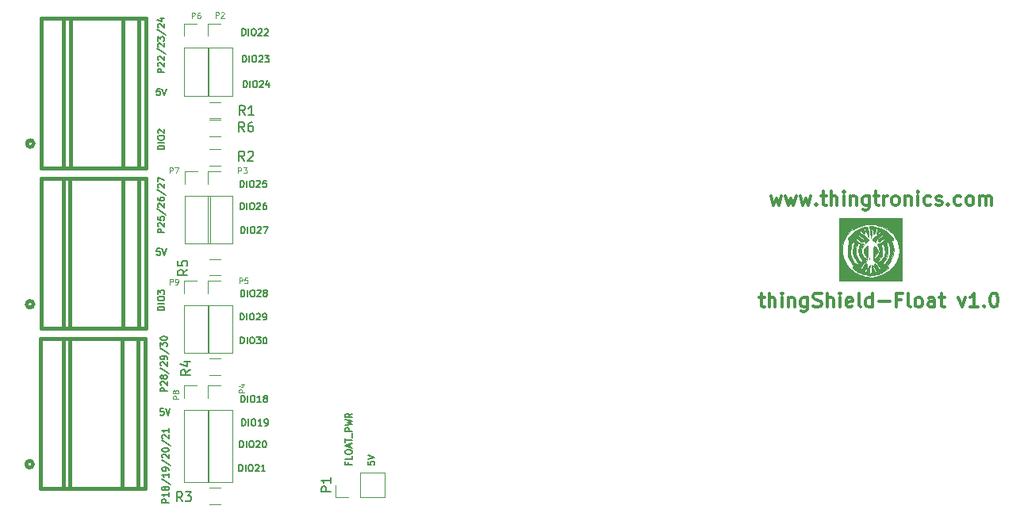
<source format=gbr>
G04 #@! TF.FileFunction,Legend,Top*
%FSLAX46Y46*%
G04 Gerber Fmt 4.6, Leading zero omitted, Abs format (unit mm)*
G04 Created by KiCad (PCBNEW 4.0.4-stable) date 04/21/17 11:27:43*
%MOMM*%
%LPD*%
G01*
G04 APERTURE LIST*
%ADD10C,0.100000*%
%ADD11C,0.175000*%
%ADD12C,0.300000*%
%ADD13C,0.120000*%
%ADD14C,0.381000*%
%ADD15C,0.010000*%
%ADD16C,0.150000*%
G04 APERTURE END LIST*
D10*
D11*
X168880000Y-99403333D02*
X168880000Y-99636666D01*
X169246667Y-99636666D02*
X168546667Y-99636666D01*
X168546667Y-99303333D01*
X169246667Y-98703333D02*
X169246667Y-99036666D01*
X168546667Y-99036666D01*
X168546667Y-98336666D02*
X168546667Y-98203333D01*
X168580000Y-98136666D01*
X168646667Y-98069999D01*
X168780000Y-98036666D01*
X169013333Y-98036666D01*
X169146667Y-98069999D01*
X169213333Y-98136666D01*
X169246667Y-98203333D01*
X169246667Y-98336666D01*
X169213333Y-98403333D01*
X169146667Y-98469999D01*
X169013333Y-98503333D01*
X168780000Y-98503333D01*
X168646667Y-98469999D01*
X168580000Y-98403333D01*
X168546667Y-98336666D01*
X169046667Y-97770000D02*
X169046667Y-97436666D01*
X169246667Y-97836666D02*
X168546667Y-97603333D01*
X169246667Y-97370000D01*
X168546667Y-97236666D02*
X168546667Y-96836666D01*
X169246667Y-97036666D02*
X168546667Y-97036666D01*
X169313333Y-96770000D02*
X169313333Y-96236667D01*
X169246667Y-96070000D02*
X168546667Y-96070000D01*
X168546667Y-95803334D01*
X168580000Y-95736667D01*
X168613333Y-95703334D01*
X168680000Y-95670000D01*
X168780000Y-95670000D01*
X168846667Y-95703334D01*
X168880000Y-95736667D01*
X168913333Y-95803334D01*
X168913333Y-96070000D01*
X168546667Y-95436667D02*
X169246667Y-95270000D01*
X168746667Y-95136667D01*
X169246667Y-95003334D01*
X168546667Y-94836667D01*
X169246667Y-94170000D02*
X168913333Y-94403334D01*
X169246667Y-94570000D02*
X168546667Y-94570000D01*
X168546667Y-94303334D01*
X168580000Y-94236667D01*
X168613333Y-94203334D01*
X168680000Y-94170000D01*
X168780000Y-94170000D01*
X168846667Y-94203334D01*
X168880000Y-94236667D01*
X168913333Y-94303334D01*
X168913333Y-94570000D01*
X170966667Y-99303333D02*
X170966667Y-99636666D01*
X171300000Y-99670000D01*
X171266667Y-99636666D01*
X171233333Y-99570000D01*
X171233333Y-99403333D01*
X171266667Y-99336666D01*
X171300000Y-99303333D01*
X171366667Y-99270000D01*
X171533333Y-99270000D01*
X171600000Y-99303333D01*
X171633333Y-99336666D01*
X171666667Y-99403333D01*
X171666667Y-99570000D01*
X171633333Y-99636666D01*
X171600000Y-99670000D01*
X170966667Y-99069999D02*
X171666667Y-98836666D01*
X170966667Y-98603333D01*
X149526667Y-91796667D02*
X148826667Y-91796667D01*
X148826667Y-91530001D01*
X148860000Y-91463334D01*
X148893333Y-91430001D01*
X148960000Y-91396667D01*
X149060000Y-91396667D01*
X149126667Y-91430001D01*
X149160000Y-91463334D01*
X149193333Y-91530001D01*
X149193333Y-91796667D01*
X148893333Y-91130001D02*
X148860000Y-91096667D01*
X148826667Y-91030001D01*
X148826667Y-90863334D01*
X148860000Y-90796667D01*
X148893333Y-90763334D01*
X148960000Y-90730001D01*
X149026667Y-90730001D01*
X149126667Y-90763334D01*
X149526667Y-91163334D01*
X149526667Y-90730001D01*
X149126667Y-90330000D02*
X149093333Y-90396667D01*
X149060000Y-90430000D01*
X148993333Y-90463334D01*
X148960000Y-90463334D01*
X148893333Y-90430000D01*
X148860000Y-90396667D01*
X148826667Y-90330000D01*
X148826667Y-90196667D01*
X148860000Y-90130000D01*
X148893333Y-90096667D01*
X148960000Y-90063334D01*
X148993333Y-90063334D01*
X149060000Y-90096667D01*
X149093333Y-90130000D01*
X149126667Y-90196667D01*
X149126667Y-90330000D01*
X149160000Y-90396667D01*
X149193333Y-90430000D01*
X149260000Y-90463334D01*
X149393333Y-90463334D01*
X149460000Y-90430000D01*
X149493333Y-90396667D01*
X149526667Y-90330000D01*
X149526667Y-90196667D01*
X149493333Y-90130000D01*
X149460000Y-90096667D01*
X149393333Y-90063334D01*
X149260000Y-90063334D01*
X149193333Y-90096667D01*
X149160000Y-90130000D01*
X149126667Y-90196667D01*
X148793333Y-89263333D02*
X149693333Y-89863333D01*
X148893333Y-89063334D02*
X148860000Y-89030000D01*
X148826667Y-88963334D01*
X148826667Y-88796667D01*
X148860000Y-88730000D01*
X148893333Y-88696667D01*
X148960000Y-88663334D01*
X149026667Y-88663334D01*
X149126667Y-88696667D01*
X149526667Y-89096667D01*
X149526667Y-88663334D01*
X149526667Y-88330000D02*
X149526667Y-88196667D01*
X149493333Y-88130000D01*
X149460000Y-88096667D01*
X149360000Y-88030000D01*
X149226667Y-87996667D01*
X148960000Y-87996667D01*
X148893333Y-88030000D01*
X148860000Y-88063333D01*
X148826667Y-88130000D01*
X148826667Y-88263333D01*
X148860000Y-88330000D01*
X148893333Y-88363333D01*
X148960000Y-88396667D01*
X149126667Y-88396667D01*
X149193333Y-88363333D01*
X149226667Y-88330000D01*
X149260000Y-88263333D01*
X149260000Y-88130000D01*
X149226667Y-88063333D01*
X149193333Y-88030000D01*
X149126667Y-87996667D01*
X148793333Y-87196666D02*
X149693333Y-87796666D01*
X148826667Y-87030000D02*
X148826667Y-86596667D01*
X149093333Y-86830000D01*
X149093333Y-86730000D01*
X149126667Y-86663333D01*
X149160000Y-86630000D01*
X149226667Y-86596667D01*
X149393333Y-86596667D01*
X149460000Y-86630000D01*
X149493333Y-86663333D01*
X149526667Y-86730000D01*
X149526667Y-86930000D01*
X149493333Y-86996667D01*
X149460000Y-87030000D01*
X148826667Y-86163333D02*
X148826667Y-86096666D01*
X148860000Y-86030000D01*
X148893333Y-85996666D01*
X148960000Y-85963333D01*
X149093333Y-85930000D01*
X149260000Y-85930000D01*
X149393333Y-85963333D01*
X149460000Y-85996666D01*
X149493333Y-86030000D01*
X149526667Y-86096666D01*
X149526667Y-86163333D01*
X149493333Y-86230000D01*
X149460000Y-86263333D01*
X149393333Y-86296666D01*
X149260000Y-86330000D01*
X149093333Y-86330000D01*
X148960000Y-86296666D01*
X148893333Y-86263333D01*
X148860000Y-86230000D01*
X148826667Y-86163333D01*
X149146667Y-93656667D02*
X148813334Y-93656667D01*
X148780000Y-93990000D01*
X148813334Y-93956667D01*
X148880000Y-93923333D01*
X149046667Y-93923333D01*
X149113334Y-93956667D01*
X149146667Y-93990000D01*
X149180000Y-94056667D01*
X149180000Y-94223333D01*
X149146667Y-94290000D01*
X149113334Y-94323333D01*
X149046667Y-94356667D01*
X148880000Y-94356667D01*
X148813334Y-94323333D01*
X148780000Y-94290000D01*
X149380001Y-93656667D02*
X149613334Y-94356667D01*
X149846667Y-93656667D01*
X157216667Y-100326667D02*
X157216667Y-99626667D01*
X157383333Y-99626667D01*
X157483333Y-99660000D01*
X157550000Y-99726667D01*
X157583333Y-99793333D01*
X157616667Y-99926667D01*
X157616667Y-100026667D01*
X157583333Y-100160000D01*
X157550000Y-100226667D01*
X157483333Y-100293333D01*
X157383333Y-100326667D01*
X157216667Y-100326667D01*
X157916667Y-100326667D02*
X157916667Y-99626667D01*
X158383333Y-99626667D02*
X158516666Y-99626667D01*
X158583333Y-99660000D01*
X158650000Y-99726667D01*
X158683333Y-99860000D01*
X158683333Y-100093333D01*
X158650000Y-100226667D01*
X158583333Y-100293333D01*
X158516666Y-100326667D01*
X158383333Y-100326667D01*
X158316666Y-100293333D01*
X158250000Y-100226667D01*
X158216666Y-100093333D01*
X158216666Y-99860000D01*
X158250000Y-99726667D01*
X158316666Y-99660000D01*
X158383333Y-99626667D01*
X158949999Y-99693333D02*
X158983333Y-99660000D01*
X159049999Y-99626667D01*
X159216666Y-99626667D01*
X159283333Y-99660000D01*
X159316666Y-99693333D01*
X159349999Y-99760000D01*
X159349999Y-99826667D01*
X159316666Y-99926667D01*
X158916666Y-100326667D01*
X159349999Y-100326667D01*
X160016666Y-100326667D02*
X159616666Y-100326667D01*
X159816666Y-100326667D02*
X159816666Y-99626667D01*
X159750000Y-99726667D01*
X159683333Y-99793333D01*
X159616666Y-99826667D01*
X157306667Y-97796667D02*
X157306667Y-97096667D01*
X157473333Y-97096667D01*
X157573333Y-97130000D01*
X157640000Y-97196667D01*
X157673333Y-97263333D01*
X157706667Y-97396667D01*
X157706667Y-97496667D01*
X157673333Y-97630000D01*
X157640000Y-97696667D01*
X157573333Y-97763333D01*
X157473333Y-97796667D01*
X157306667Y-97796667D01*
X158006667Y-97796667D02*
X158006667Y-97096667D01*
X158473333Y-97096667D02*
X158606666Y-97096667D01*
X158673333Y-97130000D01*
X158740000Y-97196667D01*
X158773333Y-97330000D01*
X158773333Y-97563333D01*
X158740000Y-97696667D01*
X158673333Y-97763333D01*
X158606666Y-97796667D01*
X158473333Y-97796667D01*
X158406666Y-97763333D01*
X158340000Y-97696667D01*
X158306666Y-97563333D01*
X158306666Y-97330000D01*
X158340000Y-97196667D01*
X158406666Y-97130000D01*
X158473333Y-97096667D01*
X159039999Y-97163333D02*
X159073333Y-97130000D01*
X159139999Y-97096667D01*
X159306666Y-97096667D01*
X159373333Y-97130000D01*
X159406666Y-97163333D01*
X159439999Y-97230000D01*
X159439999Y-97296667D01*
X159406666Y-97396667D01*
X159006666Y-97796667D01*
X159439999Y-97796667D01*
X159873333Y-97096667D02*
X159940000Y-97096667D01*
X160006666Y-97130000D01*
X160040000Y-97163333D01*
X160073333Y-97230000D01*
X160106666Y-97363333D01*
X160106666Y-97530000D01*
X160073333Y-97663333D01*
X160040000Y-97730000D01*
X160006666Y-97763333D01*
X159940000Y-97796667D01*
X159873333Y-97796667D01*
X159806666Y-97763333D01*
X159773333Y-97730000D01*
X159740000Y-97663333D01*
X159706666Y-97530000D01*
X159706666Y-97363333D01*
X159740000Y-97230000D01*
X159773333Y-97163333D01*
X159806666Y-97130000D01*
X159873333Y-97096667D01*
X157526667Y-95456667D02*
X157526667Y-94756667D01*
X157693333Y-94756667D01*
X157793333Y-94790000D01*
X157860000Y-94856667D01*
X157893333Y-94923333D01*
X157926667Y-95056667D01*
X157926667Y-95156667D01*
X157893333Y-95290000D01*
X157860000Y-95356667D01*
X157793333Y-95423333D01*
X157693333Y-95456667D01*
X157526667Y-95456667D01*
X158226667Y-95456667D02*
X158226667Y-94756667D01*
X158693333Y-94756667D02*
X158826666Y-94756667D01*
X158893333Y-94790000D01*
X158960000Y-94856667D01*
X158993333Y-94990000D01*
X158993333Y-95223333D01*
X158960000Y-95356667D01*
X158893333Y-95423333D01*
X158826666Y-95456667D01*
X158693333Y-95456667D01*
X158626666Y-95423333D01*
X158560000Y-95356667D01*
X158526666Y-95223333D01*
X158526666Y-94990000D01*
X158560000Y-94856667D01*
X158626666Y-94790000D01*
X158693333Y-94756667D01*
X159659999Y-95456667D02*
X159259999Y-95456667D01*
X159459999Y-95456667D02*
X159459999Y-94756667D01*
X159393333Y-94856667D01*
X159326666Y-94923333D01*
X159259999Y-94956667D01*
X159993333Y-95456667D02*
X160126666Y-95456667D01*
X160193333Y-95423333D01*
X160226666Y-95390000D01*
X160293333Y-95290000D01*
X160326666Y-95156667D01*
X160326666Y-94890000D01*
X160293333Y-94823333D01*
X160260000Y-94790000D01*
X160193333Y-94756667D01*
X160060000Y-94756667D01*
X159993333Y-94790000D01*
X159960000Y-94823333D01*
X159926666Y-94890000D01*
X159926666Y-95056667D01*
X159960000Y-95123333D01*
X159993333Y-95156667D01*
X160060000Y-95190000D01*
X160193333Y-95190000D01*
X160260000Y-95156667D01*
X160293333Y-95123333D01*
X160326666Y-95056667D01*
X157436667Y-92956667D02*
X157436667Y-92256667D01*
X157603333Y-92256667D01*
X157703333Y-92290000D01*
X157770000Y-92356667D01*
X157803333Y-92423333D01*
X157836667Y-92556667D01*
X157836667Y-92656667D01*
X157803333Y-92790000D01*
X157770000Y-92856667D01*
X157703333Y-92923333D01*
X157603333Y-92956667D01*
X157436667Y-92956667D01*
X158136667Y-92956667D02*
X158136667Y-92256667D01*
X158603333Y-92256667D02*
X158736666Y-92256667D01*
X158803333Y-92290000D01*
X158870000Y-92356667D01*
X158903333Y-92490000D01*
X158903333Y-92723333D01*
X158870000Y-92856667D01*
X158803333Y-92923333D01*
X158736666Y-92956667D01*
X158603333Y-92956667D01*
X158536666Y-92923333D01*
X158470000Y-92856667D01*
X158436666Y-92723333D01*
X158436666Y-92490000D01*
X158470000Y-92356667D01*
X158536666Y-92290000D01*
X158603333Y-92256667D01*
X159569999Y-92956667D02*
X159169999Y-92956667D01*
X159369999Y-92956667D02*
X159369999Y-92256667D01*
X159303333Y-92356667D01*
X159236666Y-92423333D01*
X159169999Y-92456667D01*
X159970000Y-92556667D02*
X159903333Y-92523333D01*
X159870000Y-92490000D01*
X159836666Y-92423333D01*
X159836666Y-92390000D01*
X159870000Y-92323333D01*
X159903333Y-92290000D01*
X159970000Y-92256667D01*
X160103333Y-92256667D01*
X160170000Y-92290000D01*
X160203333Y-92323333D01*
X160236666Y-92390000D01*
X160236666Y-92423333D01*
X160203333Y-92490000D01*
X160170000Y-92523333D01*
X160103333Y-92556667D01*
X159970000Y-92556667D01*
X159903333Y-92590000D01*
X159870000Y-92623333D01*
X159836666Y-92690000D01*
X159836666Y-92823333D01*
X159870000Y-92890000D01*
X159903333Y-92923333D01*
X159970000Y-92956667D01*
X160103333Y-92956667D01*
X160170000Y-92923333D01*
X160203333Y-92890000D01*
X160236666Y-92823333D01*
X160236666Y-92690000D01*
X160203333Y-92623333D01*
X160170000Y-92590000D01*
X160103333Y-92556667D01*
X157376667Y-86706667D02*
X157376667Y-86006667D01*
X157543333Y-86006667D01*
X157643333Y-86040000D01*
X157710000Y-86106667D01*
X157743333Y-86173333D01*
X157776667Y-86306667D01*
X157776667Y-86406667D01*
X157743333Y-86540000D01*
X157710000Y-86606667D01*
X157643333Y-86673333D01*
X157543333Y-86706667D01*
X157376667Y-86706667D01*
X158076667Y-86706667D02*
X158076667Y-86006667D01*
X158543333Y-86006667D02*
X158676666Y-86006667D01*
X158743333Y-86040000D01*
X158810000Y-86106667D01*
X158843333Y-86240000D01*
X158843333Y-86473333D01*
X158810000Y-86606667D01*
X158743333Y-86673333D01*
X158676666Y-86706667D01*
X158543333Y-86706667D01*
X158476666Y-86673333D01*
X158410000Y-86606667D01*
X158376666Y-86473333D01*
X158376666Y-86240000D01*
X158410000Y-86106667D01*
X158476666Y-86040000D01*
X158543333Y-86006667D01*
X159076666Y-86006667D02*
X159509999Y-86006667D01*
X159276666Y-86273333D01*
X159376666Y-86273333D01*
X159443333Y-86306667D01*
X159476666Y-86340000D01*
X159509999Y-86406667D01*
X159509999Y-86573333D01*
X159476666Y-86640000D01*
X159443333Y-86673333D01*
X159376666Y-86706667D01*
X159176666Y-86706667D01*
X159109999Y-86673333D01*
X159076666Y-86640000D01*
X159943333Y-86006667D02*
X160010000Y-86006667D01*
X160076666Y-86040000D01*
X160110000Y-86073333D01*
X160143333Y-86140000D01*
X160176666Y-86273333D01*
X160176666Y-86440000D01*
X160143333Y-86573333D01*
X160110000Y-86640000D01*
X160076666Y-86673333D01*
X160010000Y-86706667D01*
X159943333Y-86706667D01*
X159876666Y-86673333D01*
X159843333Y-86640000D01*
X159810000Y-86573333D01*
X159776666Y-86440000D01*
X159776666Y-86273333D01*
X159810000Y-86140000D01*
X159843333Y-86073333D01*
X159876666Y-86040000D01*
X159943333Y-86006667D01*
X157356667Y-84176667D02*
X157356667Y-83476667D01*
X157523333Y-83476667D01*
X157623333Y-83510000D01*
X157690000Y-83576667D01*
X157723333Y-83643333D01*
X157756667Y-83776667D01*
X157756667Y-83876667D01*
X157723333Y-84010000D01*
X157690000Y-84076667D01*
X157623333Y-84143333D01*
X157523333Y-84176667D01*
X157356667Y-84176667D01*
X158056667Y-84176667D02*
X158056667Y-83476667D01*
X158523333Y-83476667D02*
X158656666Y-83476667D01*
X158723333Y-83510000D01*
X158790000Y-83576667D01*
X158823333Y-83710000D01*
X158823333Y-83943333D01*
X158790000Y-84076667D01*
X158723333Y-84143333D01*
X158656666Y-84176667D01*
X158523333Y-84176667D01*
X158456666Y-84143333D01*
X158390000Y-84076667D01*
X158356666Y-83943333D01*
X158356666Y-83710000D01*
X158390000Y-83576667D01*
X158456666Y-83510000D01*
X158523333Y-83476667D01*
X159089999Y-83543333D02*
X159123333Y-83510000D01*
X159189999Y-83476667D01*
X159356666Y-83476667D01*
X159423333Y-83510000D01*
X159456666Y-83543333D01*
X159489999Y-83610000D01*
X159489999Y-83676667D01*
X159456666Y-83776667D01*
X159056666Y-84176667D01*
X159489999Y-84176667D01*
X159823333Y-84176667D02*
X159956666Y-84176667D01*
X160023333Y-84143333D01*
X160056666Y-84110000D01*
X160123333Y-84010000D01*
X160156666Y-83876667D01*
X160156666Y-83610000D01*
X160123333Y-83543333D01*
X160090000Y-83510000D01*
X160023333Y-83476667D01*
X159890000Y-83476667D01*
X159823333Y-83510000D01*
X159790000Y-83543333D01*
X159756666Y-83610000D01*
X159756666Y-83776667D01*
X159790000Y-83843333D01*
X159823333Y-83876667D01*
X159890000Y-83910000D01*
X160023333Y-83910000D01*
X160090000Y-83876667D01*
X160123333Y-83843333D01*
X160156666Y-83776667D01*
X157406667Y-81676667D02*
X157406667Y-80976667D01*
X157573333Y-80976667D01*
X157673333Y-81010000D01*
X157740000Y-81076667D01*
X157773333Y-81143333D01*
X157806667Y-81276667D01*
X157806667Y-81376667D01*
X157773333Y-81510000D01*
X157740000Y-81576667D01*
X157673333Y-81643333D01*
X157573333Y-81676667D01*
X157406667Y-81676667D01*
X158106667Y-81676667D02*
X158106667Y-80976667D01*
X158573333Y-80976667D02*
X158706666Y-80976667D01*
X158773333Y-81010000D01*
X158840000Y-81076667D01*
X158873333Y-81210000D01*
X158873333Y-81443333D01*
X158840000Y-81576667D01*
X158773333Y-81643333D01*
X158706666Y-81676667D01*
X158573333Y-81676667D01*
X158506666Y-81643333D01*
X158440000Y-81576667D01*
X158406666Y-81443333D01*
X158406666Y-81210000D01*
X158440000Y-81076667D01*
X158506666Y-81010000D01*
X158573333Y-80976667D01*
X159139999Y-81043333D02*
X159173333Y-81010000D01*
X159239999Y-80976667D01*
X159406666Y-80976667D01*
X159473333Y-81010000D01*
X159506666Y-81043333D01*
X159539999Y-81110000D01*
X159539999Y-81176667D01*
X159506666Y-81276667D01*
X159106666Y-81676667D01*
X159539999Y-81676667D01*
X159940000Y-81276667D02*
X159873333Y-81243333D01*
X159840000Y-81210000D01*
X159806666Y-81143333D01*
X159806666Y-81110000D01*
X159840000Y-81043333D01*
X159873333Y-81010000D01*
X159940000Y-80976667D01*
X160073333Y-80976667D01*
X160140000Y-81010000D01*
X160173333Y-81043333D01*
X160206666Y-81110000D01*
X160206666Y-81143333D01*
X160173333Y-81210000D01*
X160140000Y-81243333D01*
X160073333Y-81276667D01*
X159940000Y-81276667D01*
X159873333Y-81310000D01*
X159840000Y-81343333D01*
X159806666Y-81410000D01*
X159806666Y-81543333D01*
X159840000Y-81610000D01*
X159873333Y-81643333D01*
X159940000Y-81676667D01*
X160073333Y-81676667D01*
X160140000Y-81643333D01*
X160173333Y-81610000D01*
X160206666Y-81543333D01*
X160206666Y-81410000D01*
X160173333Y-81343333D01*
X160140000Y-81310000D01*
X160073333Y-81276667D01*
X149696667Y-103700000D02*
X148996667Y-103700000D01*
X148996667Y-103433334D01*
X149030000Y-103366667D01*
X149063333Y-103333334D01*
X149130000Y-103300000D01*
X149230000Y-103300000D01*
X149296667Y-103333334D01*
X149330000Y-103366667D01*
X149363333Y-103433334D01*
X149363333Y-103700000D01*
X149696667Y-102633334D02*
X149696667Y-103033334D01*
X149696667Y-102833334D02*
X148996667Y-102833334D01*
X149096667Y-102900000D01*
X149163333Y-102966667D01*
X149196667Y-103033334D01*
X149296667Y-102233333D02*
X149263333Y-102300000D01*
X149230000Y-102333333D01*
X149163333Y-102366667D01*
X149130000Y-102366667D01*
X149063333Y-102333333D01*
X149030000Y-102300000D01*
X148996667Y-102233333D01*
X148996667Y-102100000D01*
X149030000Y-102033333D01*
X149063333Y-102000000D01*
X149130000Y-101966667D01*
X149163333Y-101966667D01*
X149230000Y-102000000D01*
X149263333Y-102033333D01*
X149296667Y-102100000D01*
X149296667Y-102233333D01*
X149330000Y-102300000D01*
X149363333Y-102333333D01*
X149430000Y-102366667D01*
X149563333Y-102366667D01*
X149630000Y-102333333D01*
X149663333Y-102300000D01*
X149696667Y-102233333D01*
X149696667Y-102100000D01*
X149663333Y-102033333D01*
X149630000Y-102000000D01*
X149563333Y-101966667D01*
X149430000Y-101966667D01*
X149363333Y-102000000D01*
X149330000Y-102033333D01*
X149296667Y-102100000D01*
X148963333Y-101166666D02*
X149863333Y-101766666D01*
X149696667Y-100566667D02*
X149696667Y-100966667D01*
X149696667Y-100766667D02*
X148996667Y-100766667D01*
X149096667Y-100833333D01*
X149163333Y-100900000D01*
X149196667Y-100966667D01*
X149696667Y-100233333D02*
X149696667Y-100100000D01*
X149663333Y-100033333D01*
X149630000Y-100000000D01*
X149530000Y-99933333D01*
X149396667Y-99900000D01*
X149130000Y-99900000D01*
X149063333Y-99933333D01*
X149030000Y-99966666D01*
X148996667Y-100033333D01*
X148996667Y-100166666D01*
X149030000Y-100233333D01*
X149063333Y-100266666D01*
X149130000Y-100300000D01*
X149296667Y-100300000D01*
X149363333Y-100266666D01*
X149396667Y-100233333D01*
X149430000Y-100166666D01*
X149430000Y-100033333D01*
X149396667Y-99966666D01*
X149363333Y-99933333D01*
X149296667Y-99900000D01*
X148963333Y-99099999D02*
X149863333Y-99699999D01*
X149063333Y-98900000D02*
X149030000Y-98866666D01*
X148996667Y-98800000D01*
X148996667Y-98633333D01*
X149030000Y-98566666D01*
X149063333Y-98533333D01*
X149130000Y-98500000D01*
X149196667Y-98500000D01*
X149296667Y-98533333D01*
X149696667Y-98933333D01*
X149696667Y-98500000D01*
X148996667Y-98066666D02*
X148996667Y-97999999D01*
X149030000Y-97933333D01*
X149063333Y-97899999D01*
X149130000Y-97866666D01*
X149263333Y-97833333D01*
X149430000Y-97833333D01*
X149563333Y-97866666D01*
X149630000Y-97899999D01*
X149663333Y-97933333D01*
X149696667Y-97999999D01*
X149696667Y-98066666D01*
X149663333Y-98133333D01*
X149630000Y-98166666D01*
X149563333Y-98199999D01*
X149430000Y-98233333D01*
X149263333Y-98233333D01*
X149130000Y-98199999D01*
X149063333Y-98166666D01*
X149030000Y-98133333D01*
X148996667Y-98066666D01*
X148963333Y-97033332D02*
X149863333Y-97633332D01*
X149063333Y-96833333D02*
X149030000Y-96799999D01*
X148996667Y-96733333D01*
X148996667Y-96566666D01*
X149030000Y-96499999D01*
X149063333Y-96466666D01*
X149130000Y-96433333D01*
X149196667Y-96433333D01*
X149296667Y-96466666D01*
X149696667Y-96866666D01*
X149696667Y-96433333D01*
X149696667Y-95766666D02*
X149696667Y-96166666D01*
X149696667Y-95966666D02*
X148996667Y-95966666D01*
X149096667Y-96033332D01*
X149163333Y-96099999D01*
X149196667Y-96166666D01*
X149226667Y-83139999D02*
X148526667Y-83139999D01*
X148526667Y-82973333D01*
X148560000Y-82873333D01*
X148626667Y-82806666D01*
X148693333Y-82773333D01*
X148826667Y-82739999D01*
X148926667Y-82739999D01*
X149060000Y-82773333D01*
X149126667Y-82806666D01*
X149193333Y-82873333D01*
X149226667Y-82973333D01*
X149226667Y-83139999D01*
X149226667Y-82439999D02*
X148526667Y-82439999D01*
X148526667Y-81973333D02*
X148526667Y-81840000D01*
X148560000Y-81773333D01*
X148626667Y-81706666D01*
X148760000Y-81673333D01*
X148993333Y-81673333D01*
X149126667Y-81706666D01*
X149193333Y-81773333D01*
X149226667Y-81840000D01*
X149226667Y-81973333D01*
X149193333Y-82040000D01*
X149126667Y-82106666D01*
X148993333Y-82140000D01*
X148760000Y-82140000D01*
X148626667Y-82106666D01*
X148560000Y-82040000D01*
X148526667Y-81973333D01*
X148526667Y-81440000D02*
X148526667Y-81006667D01*
X148793333Y-81240000D01*
X148793333Y-81140000D01*
X148826667Y-81073333D01*
X148860000Y-81040000D01*
X148926667Y-81006667D01*
X149093333Y-81006667D01*
X149160000Y-81040000D01*
X149193333Y-81073333D01*
X149226667Y-81140000D01*
X149226667Y-81340000D01*
X149193333Y-81406667D01*
X149160000Y-81440000D01*
X148776667Y-76546667D02*
X148443334Y-76546667D01*
X148410000Y-76880000D01*
X148443334Y-76846667D01*
X148510000Y-76813333D01*
X148676667Y-76813333D01*
X148743334Y-76846667D01*
X148776667Y-76880000D01*
X148810000Y-76946667D01*
X148810000Y-77113333D01*
X148776667Y-77180000D01*
X148743334Y-77213333D01*
X148676667Y-77246667D01*
X148510000Y-77246667D01*
X148443334Y-77213333D01*
X148410000Y-77180000D01*
X149010001Y-76546667D02*
X149243334Y-77246667D01*
X149476667Y-76546667D01*
X149226667Y-74856667D02*
X148526667Y-74856667D01*
X148526667Y-74590001D01*
X148560000Y-74523334D01*
X148593333Y-74490001D01*
X148660000Y-74456667D01*
X148760000Y-74456667D01*
X148826667Y-74490001D01*
X148860000Y-74523334D01*
X148893333Y-74590001D01*
X148893333Y-74856667D01*
X148593333Y-74190001D02*
X148560000Y-74156667D01*
X148526667Y-74090001D01*
X148526667Y-73923334D01*
X148560000Y-73856667D01*
X148593333Y-73823334D01*
X148660000Y-73790001D01*
X148726667Y-73790001D01*
X148826667Y-73823334D01*
X149226667Y-74223334D01*
X149226667Y-73790001D01*
X148526667Y-73156667D02*
X148526667Y-73490000D01*
X148860000Y-73523334D01*
X148826667Y-73490000D01*
X148793333Y-73423334D01*
X148793333Y-73256667D01*
X148826667Y-73190000D01*
X148860000Y-73156667D01*
X148926667Y-73123334D01*
X149093333Y-73123334D01*
X149160000Y-73156667D01*
X149193333Y-73190000D01*
X149226667Y-73256667D01*
X149226667Y-73423334D01*
X149193333Y-73490000D01*
X149160000Y-73523334D01*
X148493333Y-72323333D02*
X149393333Y-72923333D01*
X148593333Y-72123334D02*
X148560000Y-72090000D01*
X148526667Y-72023334D01*
X148526667Y-71856667D01*
X148560000Y-71790000D01*
X148593333Y-71756667D01*
X148660000Y-71723334D01*
X148726667Y-71723334D01*
X148826667Y-71756667D01*
X149226667Y-72156667D01*
X149226667Y-71723334D01*
X148526667Y-71123333D02*
X148526667Y-71256667D01*
X148560000Y-71323333D01*
X148593333Y-71356667D01*
X148693333Y-71423333D01*
X148826667Y-71456667D01*
X149093333Y-71456667D01*
X149160000Y-71423333D01*
X149193333Y-71390000D01*
X149226667Y-71323333D01*
X149226667Y-71190000D01*
X149193333Y-71123333D01*
X149160000Y-71090000D01*
X149093333Y-71056667D01*
X148926667Y-71056667D01*
X148860000Y-71090000D01*
X148826667Y-71123333D01*
X148793333Y-71190000D01*
X148793333Y-71323333D01*
X148826667Y-71390000D01*
X148860000Y-71423333D01*
X148926667Y-71456667D01*
X148493333Y-70256666D02*
X149393333Y-70856666D01*
X148593333Y-70056667D02*
X148560000Y-70023333D01*
X148526667Y-69956667D01*
X148526667Y-69790000D01*
X148560000Y-69723333D01*
X148593333Y-69690000D01*
X148660000Y-69656667D01*
X148726667Y-69656667D01*
X148826667Y-69690000D01*
X149226667Y-70090000D01*
X149226667Y-69656667D01*
X148526667Y-69423333D02*
X148526667Y-68956666D01*
X149226667Y-69256666D01*
X157446667Y-74906667D02*
X157446667Y-74206667D01*
X157613333Y-74206667D01*
X157713333Y-74240000D01*
X157780000Y-74306667D01*
X157813333Y-74373333D01*
X157846667Y-74506667D01*
X157846667Y-74606667D01*
X157813333Y-74740000D01*
X157780000Y-74806667D01*
X157713333Y-74873333D01*
X157613333Y-74906667D01*
X157446667Y-74906667D01*
X158146667Y-74906667D02*
X158146667Y-74206667D01*
X158613333Y-74206667D02*
X158746666Y-74206667D01*
X158813333Y-74240000D01*
X158880000Y-74306667D01*
X158913333Y-74440000D01*
X158913333Y-74673333D01*
X158880000Y-74806667D01*
X158813333Y-74873333D01*
X158746666Y-74906667D01*
X158613333Y-74906667D01*
X158546666Y-74873333D01*
X158480000Y-74806667D01*
X158446666Y-74673333D01*
X158446666Y-74440000D01*
X158480000Y-74306667D01*
X158546666Y-74240000D01*
X158613333Y-74206667D01*
X159179999Y-74273333D02*
X159213333Y-74240000D01*
X159279999Y-74206667D01*
X159446666Y-74206667D01*
X159513333Y-74240000D01*
X159546666Y-74273333D01*
X159579999Y-74340000D01*
X159579999Y-74406667D01*
X159546666Y-74506667D01*
X159146666Y-74906667D01*
X159579999Y-74906667D01*
X159813333Y-74206667D02*
X160280000Y-74206667D01*
X159980000Y-74906667D01*
X157366667Y-72366667D02*
X157366667Y-71666667D01*
X157533333Y-71666667D01*
X157633333Y-71700000D01*
X157700000Y-71766667D01*
X157733333Y-71833333D01*
X157766667Y-71966667D01*
X157766667Y-72066667D01*
X157733333Y-72200000D01*
X157700000Y-72266667D01*
X157633333Y-72333333D01*
X157533333Y-72366667D01*
X157366667Y-72366667D01*
X158066667Y-72366667D02*
X158066667Y-71666667D01*
X158533333Y-71666667D02*
X158666666Y-71666667D01*
X158733333Y-71700000D01*
X158800000Y-71766667D01*
X158833333Y-71900000D01*
X158833333Y-72133333D01*
X158800000Y-72266667D01*
X158733333Y-72333333D01*
X158666666Y-72366667D01*
X158533333Y-72366667D01*
X158466666Y-72333333D01*
X158400000Y-72266667D01*
X158366666Y-72133333D01*
X158366666Y-71900000D01*
X158400000Y-71766667D01*
X158466666Y-71700000D01*
X158533333Y-71666667D01*
X159099999Y-71733333D02*
X159133333Y-71700000D01*
X159199999Y-71666667D01*
X159366666Y-71666667D01*
X159433333Y-71700000D01*
X159466666Y-71733333D01*
X159499999Y-71800000D01*
X159499999Y-71866667D01*
X159466666Y-71966667D01*
X159066666Y-72366667D01*
X159499999Y-72366667D01*
X160100000Y-71666667D02*
X159966666Y-71666667D01*
X159900000Y-71700000D01*
X159866666Y-71733333D01*
X159800000Y-71833333D01*
X159766666Y-71966667D01*
X159766666Y-72233333D01*
X159800000Y-72300000D01*
X159833333Y-72333333D01*
X159900000Y-72366667D01*
X160033333Y-72366667D01*
X160100000Y-72333333D01*
X160133333Y-72300000D01*
X160166666Y-72233333D01*
X160166666Y-72066667D01*
X160133333Y-72000000D01*
X160100000Y-71966667D01*
X160033333Y-71933333D01*
X159900000Y-71933333D01*
X159833333Y-71966667D01*
X159800000Y-72000000D01*
X159766666Y-72066667D01*
X157346667Y-69986667D02*
X157346667Y-69286667D01*
X157513333Y-69286667D01*
X157613333Y-69320000D01*
X157680000Y-69386667D01*
X157713333Y-69453333D01*
X157746667Y-69586667D01*
X157746667Y-69686667D01*
X157713333Y-69820000D01*
X157680000Y-69886667D01*
X157613333Y-69953333D01*
X157513333Y-69986667D01*
X157346667Y-69986667D01*
X158046667Y-69986667D02*
X158046667Y-69286667D01*
X158513333Y-69286667D02*
X158646666Y-69286667D01*
X158713333Y-69320000D01*
X158780000Y-69386667D01*
X158813333Y-69520000D01*
X158813333Y-69753333D01*
X158780000Y-69886667D01*
X158713333Y-69953333D01*
X158646666Y-69986667D01*
X158513333Y-69986667D01*
X158446666Y-69953333D01*
X158380000Y-69886667D01*
X158346666Y-69753333D01*
X158346666Y-69520000D01*
X158380000Y-69386667D01*
X158446666Y-69320000D01*
X158513333Y-69286667D01*
X159079999Y-69353333D02*
X159113333Y-69320000D01*
X159179999Y-69286667D01*
X159346666Y-69286667D01*
X159413333Y-69320000D01*
X159446666Y-69353333D01*
X159479999Y-69420000D01*
X159479999Y-69486667D01*
X159446666Y-69586667D01*
X159046666Y-69986667D01*
X159479999Y-69986667D01*
X160113333Y-69286667D02*
X159780000Y-69286667D01*
X159746666Y-69620000D01*
X159780000Y-69586667D01*
X159846666Y-69553333D01*
X160013333Y-69553333D01*
X160080000Y-69586667D01*
X160113333Y-69620000D01*
X160146666Y-69686667D01*
X160146666Y-69853333D01*
X160113333Y-69920000D01*
X160080000Y-69953333D01*
X160013333Y-69986667D01*
X159846666Y-69986667D01*
X159780000Y-69953333D01*
X159746666Y-69920000D01*
X149226667Y-65959999D02*
X148526667Y-65959999D01*
X148526667Y-65793333D01*
X148560000Y-65693333D01*
X148626667Y-65626666D01*
X148693333Y-65593333D01*
X148826667Y-65559999D01*
X148926667Y-65559999D01*
X149060000Y-65593333D01*
X149126667Y-65626666D01*
X149193333Y-65693333D01*
X149226667Y-65793333D01*
X149226667Y-65959999D01*
X149226667Y-65259999D02*
X148526667Y-65259999D01*
X148526667Y-64793333D02*
X148526667Y-64660000D01*
X148560000Y-64593333D01*
X148626667Y-64526666D01*
X148760000Y-64493333D01*
X148993333Y-64493333D01*
X149126667Y-64526666D01*
X149193333Y-64593333D01*
X149226667Y-64660000D01*
X149226667Y-64793333D01*
X149193333Y-64860000D01*
X149126667Y-64926666D01*
X148993333Y-64960000D01*
X148760000Y-64960000D01*
X148626667Y-64926666D01*
X148560000Y-64860000D01*
X148526667Y-64793333D01*
X148593333Y-64226667D02*
X148560000Y-64193333D01*
X148526667Y-64126667D01*
X148526667Y-63960000D01*
X148560000Y-63893333D01*
X148593333Y-63860000D01*
X148660000Y-63826667D01*
X148726667Y-63826667D01*
X148826667Y-63860000D01*
X149226667Y-64260000D01*
X149226667Y-63826667D01*
X148776667Y-59476667D02*
X148443334Y-59476667D01*
X148410000Y-59810000D01*
X148443334Y-59776667D01*
X148510000Y-59743333D01*
X148676667Y-59743333D01*
X148743334Y-59776667D01*
X148776667Y-59810000D01*
X148810000Y-59876667D01*
X148810000Y-60043333D01*
X148776667Y-60110000D01*
X148743334Y-60143333D01*
X148676667Y-60176667D01*
X148510000Y-60176667D01*
X148443334Y-60143333D01*
X148410000Y-60110000D01*
X149010001Y-59476667D02*
X149243334Y-60176667D01*
X149476667Y-59476667D01*
X149226667Y-57746667D02*
X148526667Y-57746667D01*
X148526667Y-57480001D01*
X148560000Y-57413334D01*
X148593333Y-57380001D01*
X148660000Y-57346667D01*
X148760000Y-57346667D01*
X148826667Y-57380001D01*
X148860000Y-57413334D01*
X148893333Y-57480001D01*
X148893333Y-57746667D01*
X148593333Y-57080001D02*
X148560000Y-57046667D01*
X148526667Y-56980001D01*
X148526667Y-56813334D01*
X148560000Y-56746667D01*
X148593333Y-56713334D01*
X148660000Y-56680001D01*
X148726667Y-56680001D01*
X148826667Y-56713334D01*
X149226667Y-57113334D01*
X149226667Y-56680001D01*
X148593333Y-56413334D02*
X148560000Y-56380000D01*
X148526667Y-56313334D01*
X148526667Y-56146667D01*
X148560000Y-56080000D01*
X148593333Y-56046667D01*
X148660000Y-56013334D01*
X148726667Y-56013334D01*
X148826667Y-56046667D01*
X149226667Y-56446667D01*
X149226667Y-56013334D01*
X148493333Y-55213333D02*
X149393333Y-55813333D01*
X148593333Y-55013334D02*
X148560000Y-54980000D01*
X148526667Y-54913334D01*
X148526667Y-54746667D01*
X148560000Y-54680000D01*
X148593333Y-54646667D01*
X148660000Y-54613334D01*
X148726667Y-54613334D01*
X148826667Y-54646667D01*
X149226667Y-55046667D01*
X149226667Y-54613334D01*
X148526667Y-54380000D02*
X148526667Y-53946667D01*
X148793333Y-54180000D01*
X148793333Y-54080000D01*
X148826667Y-54013333D01*
X148860000Y-53980000D01*
X148926667Y-53946667D01*
X149093333Y-53946667D01*
X149160000Y-53980000D01*
X149193333Y-54013333D01*
X149226667Y-54080000D01*
X149226667Y-54280000D01*
X149193333Y-54346667D01*
X149160000Y-54380000D01*
X148493333Y-53146666D02*
X149393333Y-53746666D01*
X148593333Y-52946667D02*
X148560000Y-52913333D01*
X148526667Y-52846667D01*
X148526667Y-52680000D01*
X148560000Y-52613333D01*
X148593333Y-52580000D01*
X148660000Y-52546667D01*
X148726667Y-52546667D01*
X148826667Y-52580000D01*
X149226667Y-52980000D01*
X149226667Y-52546667D01*
X148760000Y-51946666D02*
X149226667Y-51946666D01*
X148493333Y-52113333D02*
X148993333Y-52280000D01*
X148993333Y-51846666D01*
X157676667Y-59326667D02*
X157676667Y-58626667D01*
X157843333Y-58626667D01*
X157943333Y-58660000D01*
X158010000Y-58726667D01*
X158043333Y-58793333D01*
X158076667Y-58926667D01*
X158076667Y-59026667D01*
X158043333Y-59160000D01*
X158010000Y-59226667D01*
X157943333Y-59293333D01*
X157843333Y-59326667D01*
X157676667Y-59326667D01*
X158376667Y-59326667D02*
X158376667Y-58626667D01*
X158843333Y-58626667D02*
X158976666Y-58626667D01*
X159043333Y-58660000D01*
X159110000Y-58726667D01*
X159143333Y-58860000D01*
X159143333Y-59093333D01*
X159110000Y-59226667D01*
X159043333Y-59293333D01*
X158976666Y-59326667D01*
X158843333Y-59326667D01*
X158776666Y-59293333D01*
X158710000Y-59226667D01*
X158676666Y-59093333D01*
X158676666Y-58860000D01*
X158710000Y-58726667D01*
X158776666Y-58660000D01*
X158843333Y-58626667D01*
X159409999Y-58693333D02*
X159443333Y-58660000D01*
X159509999Y-58626667D01*
X159676666Y-58626667D01*
X159743333Y-58660000D01*
X159776666Y-58693333D01*
X159809999Y-58760000D01*
X159809999Y-58826667D01*
X159776666Y-58926667D01*
X159376666Y-59326667D01*
X159809999Y-59326667D01*
X160410000Y-58860000D02*
X160410000Y-59326667D01*
X160243333Y-58593333D02*
X160076666Y-59093333D01*
X160510000Y-59093333D01*
X157616667Y-56646667D02*
X157616667Y-55946667D01*
X157783333Y-55946667D01*
X157883333Y-55980000D01*
X157950000Y-56046667D01*
X157983333Y-56113333D01*
X158016667Y-56246667D01*
X158016667Y-56346667D01*
X157983333Y-56480000D01*
X157950000Y-56546667D01*
X157883333Y-56613333D01*
X157783333Y-56646667D01*
X157616667Y-56646667D01*
X158316667Y-56646667D02*
X158316667Y-55946667D01*
X158783333Y-55946667D02*
X158916666Y-55946667D01*
X158983333Y-55980000D01*
X159050000Y-56046667D01*
X159083333Y-56180000D01*
X159083333Y-56413333D01*
X159050000Y-56546667D01*
X158983333Y-56613333D01*
X158916666Y-56646667D01*
X158783333Y-56646667D01*
X158716666Y-56613333D01*
X158650000Y-56546667D01*
X158616666Y-56413333D01*
X158616666Y-56180000D01*
X158650000Y-56046667D01*
X158716666Y-55980000D01*
X158783333Y-55946667D01*
X159349999Y-56013333D02*
X159383333Y-55980000D01*
X159449999Y-55946667D01*
X159616666Y-55946667D01*
X159683333Y-55980000D01*
X159716666Y-56013333D01*
X159749999Y-56080000D01*
X159749999Y-56146667D01*
X159716666Y-56246667D01*
X159316666Y-56646667D01*
X159749999Y-56646667D01*
X159983333Y-55946667D02*
X160416666Y-55946667D01*
X160183333Y-56213333D01*
X160283333Y-56213333D01*
X160350000Y-56246667D01*
X160383333Y-56280000D01*
X160416666Y-56346667D01*
X160416666Y-56513333D01*
X160383333Y-56580000D01*
X160350000Y-56613333D01*
X160283333Y-56646667D01*
X160083333Y-56646667D01*
X160016666Y-56613333D01*
X159983333Y-56580000D01*
X157536667Y-53786667D02*
X157536667Y-53086667D01*
X157703333Y-53086667D01*
X157803333Y-53120000D01*
X157870000Y-53186667D01*
X157903333Y-53253333D01*
X157936667Y-53386667D01*
X157936667Y-53486667D01*
X157903333Y-53620000D01*
X157870000Y-53686667D01*
X157803333Y-53753333D01*
X157703333Y-53786667D01*
X157536667Y-53786667D01*
X158236667Y-53786667D02*
X158236667Y-53086667D01*
X158703333Y-53086667D02*
X158836666Y-53086667D01*
X158903333Y-53120000D01*
X158970000Y-53186667D01*
X159003333Y-53320000D01*
X159003333Y-53553333D01*
X158970000Y-53686667D01*
X158903333Y-53753333D01*
X158836666Y-53786667D01*
X158703333Y-53786667D01*
X158636666Y-53753333D01*
X158570000Y-53686667D01*
X158536666Y-53553333D01*
X158536666Y-53320000D01*
X158570000Y-53186667D01*
X158636666Y-53120000D01*
X158703333Y-53086667D01*
X159269999Y-53153333D02*
X159303333Y-53120000D01*
X159369999Y-53086667D01*
X159536666Y-53086667D01*
X159603333Y-53120000D01*
X159636666Y-53153333D01*
X159669999Y-53220000D01*
X159669999Y-53286667D01*
X159636666Y-53386667D01*
X159236666Y-53786667D01*
X159669999Y-53786667D01*
X159936666Y-53153333D02*
X159970000Y-53120000D01*
X160036666Y-53086667D01*
X160203333Y-53086667D01*
X160270000Y-53120000D01*
X160303333Y-53153333D01*
X160336666Y-53220000D01*
X160336666Y-53286667D01*
X160303333Y-53386667D01*
X159903333Y-53786667D01*
X160336666Y-53786667D01*
D12*
X213972856Y-70918571D02*
X214258570Y-71918571D01*
X214544284Y-71204286D01*
X214829999Y-71918571D01*
X215115713Y-70918571D01*
X215544285Y-70918571D02*
X215829999Y-71918571D01*
X216115713Y-71204286D01*
X216401428Y-71918571D01*
X216687142Y-70918571D01*
X217115714Y-70918571D02*
X217401428Y-71918571D01*
X217687142Y-71204286D01*
X217972857Y-71918571D01*
X218258571Y-70918571D01*
X218830000Y-71775714D02*
X218901428Y-71847143D01*
X218830000Y-71918571D01*
X218758571Y-71847143D01*
X218830000Y-71775714D01*
X218830000Y-71918571D01*
X219330000Y-70918571D02*
X219901429Y-70918571D01*
X219544286Y-70418571D02*
X219544286Y-71704286D01*
X219615714Y-71847143D01*
X219758572Y-71918571D01*
X219901429Y-71918571D01*
X220401429Y-71918571D02*
X220401429Y-70418571D01*
X221044286Y-71918571D02*
X221044286Y-71132857D01*
X220972857Y-70990000D01*
X220830000Y-70918571D01*
X220615715Y-70918571D01*
X220472857Y-70990000D01*
X220401429Y-71061429D01*
X221758572Y-71918571D02*
X221758572Y-70918571D01*
X221758572Y-70418571D02*
X221687143Y-70490000D01*
X221758572Y-70561429D01*
X221830000Y-70490000D01*
X221758572Y-70418571D01*
X221758572Y-70561429D01*
X222472858Y-70918571D02*
X222472858Y-71918571D01*
X222472858Y-71061429D02*
X222544286Y-70990000D01*
X222687144Y-70918571D01*
X222901429Y-70918571D01*
X223044286Y-70990000D01*
X223115715Y-71132857D01*
X223115715Y-71918571D01*
X224472858Y-70918571D02*
X224472858Y-72132857D01*
X224401429Y-72275714D01*
X224330001Y-72347143D01*
X224187144Y-72418571D01*
X223972858Y-72418571D01*
X223830001Y-72347143D01*
X224472858Y-71847143D02*
X224330001Y-71918571D01*
X224044287Y-71918571D01*
X223901429Y-71847143D01*
X223830001Y-71775714D01*
X223758572Y-71632857D01*
X223758572Y-71204286D01*
X223830001Y-71061429D01*
X223901429Y-70990000D01*
X224044287Y-70918571D01*
X224330001Y-70918571D01*
X224472858Y-70990000D01*
X224972858Y-70918571D02*
X225544287Y-70918571D01*
X225187144Y-70418571D02*
X225187144Y-71704286D01*
X225258572Y-71847143D01*
X225401430Y-71918571D01*
X225544287Y-71918571D01*
X226044287Y-71918571D02*
X226044287Y-70918571D01*
X226044287Y-71204286D02*
X226115715Y-71061429D01*
X226187144Y-70990000D01*
X226330001Y-70918571D01*
X226472858Y-70918571D01*
X227187144Y-71918571D02*
X227044286Y-71847143D01*
X226972858Y-71775714D01*
X226901429Y-71632857D01*
X226901429Y-71204286D01*
X226972858Y-71061429D01*
X227044286Y-70990000D01*
X227187144Y-70918571D01*
X227401429Y-70918571D01*
X227544286Y-70990000D01*
X227615715Y-71061429D01*
X227687144Y-71204286D01*
X227687144Y-71632857D01*
X227615715Y-71775714D01*
X227544286Y-71847143D01*
X227401429Y-71918571D01*
X227187144Y-71918571D01*
X228330001Y-70918571D02*
X228330001Y-71918571D01*
X228330001Y-71061429D02*
X228401429Y-70990000D01*
X228544287Y-70918571D01*
X228758572Y-70918571D01*
X228901429Y-70990000D01*
X228972858Y-71132857D01*
X228972858Y-71918571D01*
X229687144Y-71918571D02*
X229687144Y-70918571D01*
X229687144Y-70418571D02*
X229615715Y-70490000D01*
X229687144Y-70561429D01*
X229758572Y-70490000D01*
X229687144Y-70418571D01*
X229687144Y-70561429D01*
X231044287Y-71847143D02*
X230901430Y-71918571D01*
X230615716Y-71918571D01*
X230472858Y-71847143D01*
X230401430Y-71775714D01*
X230330001Y-71632857D01*
X230330001Y-71204286D01*
X230401430Y-71061429D01*
X230472858Y-70990000D01*
X230615716Y-70918571D01*
X230901430Y-70918571D01*
X231044287Y-70990000D01*
X231615715Y-71847143D02*
X231758572Y-71918571D01*
X232044287Y-71918571D01*
X232187144Y-71847143D01*
X232258572Y-71704286D01*
X232258572Y-71632857D01*
X232187144Y-71490000D01*
X232044287Y-71418571D01*
X231830001Y-71418571D01*
X231687144Y-71347143D01*
X231615715Y-71204286D01*
X231615715Y-71132857D01*
X231687144Y-70990000D01*
X231830001Y-70918571D01*
X232044287Y-70918571D01*
X232187144Y-70990000D01*
X232901430Y-71775714D02*
X232972858Y-71847143D01*
X232901430Y-71918571D01*
X232830001Y-71847143D01*
X232901430Y-71775714D01*
X232901430Y-71918571D01*
X234258573Y-71847143D02*
X234115716Y-71918571D01*
X233830002Y-71918571D01*
X233687144Y-71847143D01*
X233615716Y-71775714D01*
X233544287Y-71632857D01*
X233544287Y-71204286D01*
X233615716Y-71061429D01*
X233687144Y-70990000D01*
X233830002Y-70918571D01*
X234115716Y-70918571D01*
X234258573Y-70990000D01*
X235115716Y-71918571D02*
X234972858Y-71847143D01*
X234901430Y-71775714D01*
X234830001Y-71632857D01*
X234830001Y-71204286D01*
X234901430Y-71061429D01*
X234972858Y-70990000D01*
X235115716Y-70918571D01*
X235330001Y-70918571D01*
X235472858Y-70990000D01*
X235544287Y-71061429D01*
X235615716Y-71204286D01*
X235615716Y-71632857D01*
X235544287Y-71775714D01*
X235472858Y-71847143D01*
X235330001Y-71918571D01*
X235115716Y-71918571D01*
X236258573Y-71918571D02*
X236258573Y-70918571D01*
X236258573Y-71061429D02*
X236330001Y-70990000D01*
X236472859Y-70918571D01*
X236687144Y-70918571D01*
X236830001Y-70990000D01*
X236901430Y-71132857D01*
X236901430Y-71918571D01*
X236901430Y-71132857D02*
X236972859Y-70990000D01*
X237115716Y-70918571D01*
X237330001Y-70918571D01*
X237472859Y-70990000D01*
X237544287Y-71132857D01*
X237544287Y-71918571D01*
X212728572Y-81798571D02*
X213300001Y-81798571D01*
X212942858Y-81298571D02*
X212942858Y-82584286D01*
X213014286Y-82727143D01*
X213157144Y-82798571D01*
X213300001Y-82798571D01*
X213800001Y-82798571D02*
X213800001Y-81298571D01*
X214442858Y-82798571D02*
X214442858Y-82012857D01*
X214371429Y-81870000D01*
X214228572Y-81798571D01*
X214014287Y-81798571D01*
X213871429Y-81870000D01*
X213800001Y-81941429D01*
X215157144Y-82798571D02*
X215157144Y-81798571D01*
X215157144Y-81298571D02*
X215085715Y-81370000D01*
X215157144Y-81441429D01*
X215228572Y-81370000D01*
X215157144Y-81298571D01*
X215157144Y-81441429D01*
X215871430Y-81798571D02*
X215871430Y-82798571D01*
X215871430Y-81941429D02*
X215942858Y-81870000D01*
X216085716Y-81798571D01*
X216300001Y-81798571D01*
X216442858Y-81870000D01*
X216514287Y-82012857D01*
X216514287Y-82798571D01*
X217871430Y-81798571D02*
X217871430Y-83012857D01*
X217800001Y-83155714D01*
X217728573Y-83227143D01*
X217585716Y-83298571D01*
X217371430Y-83298571D01*
X217228573Y-83227143D01*
X217871430Y-82727143D02*
X217728573Y-82798571D01*
X217442859Y-82798571D01*
X217300001Y-82727143D01*
X217228573Y-82655714D01*
X217157144Y-82512857D01*
X217157144Y-82084286D01*
X217228573Y-81941429D01*
X217300001Y-81870000D01*
X217442859Y-81798571D01*
X217728573Y-81798571D01*
X217871430Y-81870000D01*
X218514287Y-82727143D02*
X218728573Y-82798571D01*
X219085716Y-82798571D01*
X219228573Y-82727143D01*
X219300002Y-82655714D01*
X219371430Y-82512857D01*
X219371430Y-82370000D01*
X219300002Y-82227143D01*
X219228573Y-82155714D01*
X219085716Y-82084286D01*
X218800002Y-82012857D01*
X218657144Y-81941429D01*
X218585716Y-81870000D01*
X218514287Y-81727143D01*
X218514287Y-81584286D01*
X218585716Y-81441429D01*
X218657144Y-81370000D01*
X218800002Y-81298571D01*
X219157144Y-81298571D01*
X219371430Y-81370000D01*
X220014287Y-82798571D02*
X220014287Y-81298571D01*
X220657144Y-82798571D02*
X220657144Y-82012857D01*
X220585715Y-81870000D01*
X220442858Y-81798571D01*
X220228573Y-81798571D01*
X220085715Y-81870000D01*
X220014287Y-81941429D01*
X221371430Y-82798571D02*
X221371430Y-81798571D01*
X221371430Y-81298571D02*
X221300001Y-81370000D01*
X221371430Y-81441429D01*
X221442858Y-81370000D01*
X221371430Y-81298571D01*
X221371430Y-81441429D01*
X222657144Y-82727143D02*
X222514287Y-82798571D01*
X222228573Y-82798571D01*
X222085716Y-82727143D01*
X222014287Y-82584286D01*
X222014287Y-82012857D01*
X222085716Y-81870000D01*
X222228573Y-81798571D01*
X222514287Y-81798571D01*
X222657144Y-81870000D01*
X222728573Y-82012857D01*
X222728573Y-82155714D01*
X222014287Y-82298571D01*
X223585716Y-82798571D02*
X223442858Y-82727143D01*
X223371430Y-82584286D01*
X223371430Y-81298571D01*
X224800001Y-82798571D02*
X224800001Y-81298571D01*
X224800001Y-82727143D02*
X224657144Y-82798571D01*
X224371430Y-82798571D01*
X224228572Y-82727143D01*
X224157144Y-82655714D01*
X224085715Y-82512857D01*
X224085715Y-82084286D01*
X224157144Y-81941429D01*
X224228572Y-81870000D01*
X224371430Y-81798571D01*
X224657144Y-81798571D01*
X224800001Y-81870000D01*
X225514287Y-82227143D02*
X226657144Y-82227143D01*
X227871430Y-82012857D02*
X227371430Y-82012857D01*
X227371430Y-82798571D02*
X227371430Y-81298571D01*
X228085716Y-81298571D01*
X228871430Y-82798571D02*
X228728572Y-82727143D01*
X228657144Y-82584286D01*
X228657144Y-81298571D01*
X229657144Y-82798571D02*
X229514286Y-82727143D01*
X229442858Y-82655714D01*
X229371429Y-82512857D01*
X229371429Y-82084286D01*
X229442858Y-81941429D01*
X229514286Y-81870000D01*
X229657144Y-81798571D01*
X229871429Y-81798571D01*
X230014286Y-81870000D01*
X230085715Y-81941429D01*
X230157144Y-82084286D01*
X230157144Y-82512857D01*
X230085715Y-82655714D01*
X230014286Y-82727143D01*
X229871429Y-82798571D01*
X229657144Y-82798571D01*
X231442858Y-82798571D02*
X231442858Y-82012857D01*
X231371429Y-81870000D01*
X231228572Y-81798571D01*
X230942858Y-81798571D01*
X230800001Y-81870000D01*
X231442858Y-82727143D02*
X231300001Y-82798571D01*
X230942858Y-82798571D01*
X230800001Y-82727143D01*
X230728572Y-82584286D01*
X230728572Y-82441429D01*
X230800001Y-82298571D01*
X230942858Y-82227143D01*
X231300001Y-82227143D01*
X231442858Y-82155714D01*
X231942858Y-81798571D02*
X232514287Y-81798571D01*
X232157144Y-81298571D02*
X232157144Y-82584286D01*
X232228572Y-82727143D01*
X232371430Y-82798571D01*
X232514287Y-82798571D01*
X234014287Y-81798571D02*
X234371430Y-82798571D01*
X234728572Y-81798571D01*
X236085715Y-82798571D02*
X235228572Y-82798571D01*
X235657144Y-82798571D02*
X235657144Y-81298571D01*
X235514287Y-81512857D01*
X235371429Y-81655714D01*
X235228572Y-81727143D01*
X236728572Y-82655714D02*
X236800000Y-82727143D01*
X236728572Y-82798571D01*
X236657143Y-82727143D01*
X236728572Y-82655714D01*
X236728572Y-82798571D01*
X237728572Y-81298571D02*
X237871429Y-81298571D01*
X238014286Y-81370000D01*
X238085715Y-81441429D01*
X238157144Y-81584286D01*
X238228572Y-81870000D01*
X238228572Y-82227143D01*
X238157144Y-82512857D01*
X238085715Y-82655714D01*
X238014286Y-82727143D01*
X237871429Y-82798571D01*
X237728572Y-82798571D01*
X237585715Y-82727143D01*
X237514286Y-82655714D01*
X237442858Y-82512857D01*
X237371429Y-82227143D01*
X237371429Y-81870000D01*
X237442858Y-81584286D01*
X237514286Y-81441429D01*
X237585715Y-81370000D01*
X237728572Y-81298571D01*
D13*
X153870000Y-55120000D02*
X153870000Y-60260000D01*
X153870000Y-60260000D02*
X156530000Y-60260000D01*
X156530000Y-60260000D02*
X156530000Y-55120000D01*
X156530000Y-55120000D02*
X153870000Y-55120000D01*
X153870000Y-53850000D02*
X153870000Y-52520000D01*
X153870000Y-52520000D02*
X155200000Y-52520000D01*
X155250000Y-62670000D02*
X154050000Y-62670000D01*
X154050000Y-60910000D02*
X155250000Y-60910000D01*
X155250000Y-67690000D02*
X154050000Y-67690000D01*
X154050000Y-65930000D02*
X155250000Y-65930000D01*
X155250000Y-103840000D02*
X154050000Y-103840000D01*
X154050000Y-102080000D02*
X155250000Y-102080000D01*
X155260000Y-90070000D02*
X154060000Y-90070000D01*
X154060000Y-88310000D02*
X155260000Y-88310000D01*
X170130000Y-103120000D02*
X172730000Y-103120000D01*
X172730000Y-103120000D02*
X172730000Y-100460000D01*
X172730000Y-100460000D02*
X170130000Y-100460000D01*
X170130000Y-100460000D02*
X170130000Y-103120000D01*
X168860000Y-103120000D02*
X167530000Y-103120000D01*
X167530000Y-103120000D02*
X167530000Y-101790000D01*
X153870000Y-70900000D02*
X153870000Y-76040000D01*
X153870000Y-76040000D02*
X156530000Y-76040000D01*
X156530000Y-76040000D02*
X156530000Y-70900000D01*
X156530000Y-70900000D02*
X153870000Y-70900000D01*
X153870000Y-69630000D02*
X153870000Y-68300000D01*
X153870000Y-68300000D02*
X155200000Y-68300000D01*
X153870000Y-93780000D02*
X153870000Y-101460000D01*
X153870000Y-101460000D02*
X156530000Y-101460000D01*
X156530000Y-101460000D02*
X156530000Y-93780000D01*
X156530000Y-93780000D02*
X153870000Y-93780000D01*
X153870000Y-92510000D02*
X153870000Y-91180000D01*
X153870000Y-91180000D02*
X155200000Y-91180000D01*
X153870000Y-82590000D02*
X153870000Y-87730000D01*
X153870000Y-87730000D02*
X156530000Y-87730000D01*
X156530000Y-87730000D02*
X156530000Y-82590000D01*
X156530000Y-82590000D02*
X153870000Y-82590000D01*
X153870000Y-81320000D02*
X153870000Y-79990000D01*
X153870000Y-79990000D02*
X155200000Y-79990000D01*
X151330000Y-55120000D02*
X151330000Y-60260000D01*
X151330000Y-60260000D02*
X153990000Y-60260000D01*
X153990000Y-60260000D02*
X153990000Y-55120000D01*
X153990000Y-55120000D02*
X151330000Y-55120000D01*
X151330000Y-53850000D02*
X151330000Y-52520000D01*
X151330000Y-52520000D02*
X152660000Y-52520000D01*
X151450000Y-70900000D02*
X151450000Y-76040000D01*
X151450000Y-76040000D02*
X154110000Y-76040000D01*
X154110000Y-76040000D02*
X154110000Y-70900000D01*
X154110000Y-70900000D02*
X151450000Y-70900000D01*
X151450000Y-69630000D02*
X151450000Y-68300000D01*
X151450000Y-68300000D02*
X152780000Y-68300000D01*
X151330000Y-93780000D02*
X151330000Y-101460000D01*
X151330000Y-101460000D02*
X153990000Y-101460000D01*
X153990000Y-101460000D02*
X153990000Y-93780000D01*
X153990000Y-93780000D02*
X151330000Y-93780000D01*
X151330000Y-92510000D02*
X151330000Y-91180000D01*
X151330000Y-91180000D02*
X152660000Y-91180000D01*
X151330000Y-82590000D02*
X151330000Y-87730000D01*
X151330000Y-87730000D02*
X153990000Y-87730000D01*
X153990000Y-87730000D02*
X153990000Y-82590000D01*
X153990000Y-82590000D02*
X151330000Y-82590000D01*
X151330000Y-81320000D02*
X151330000Y-79990000D01*
X151330000Y-79990000D02*
X152660000Y-79990000D01*
X154020000Y-77670000D02*
X155220000Y-77670000D01*
X155220000Y-79430000D02*
X154020000Y-79430000D01*
X154050000Y-62820000D02*
X155250000Y-62820000D01*
X155250000Y-64580000D02*
X154050000Y-64580000D01*
D14*
X135210555Y-99580000D02*
G75*
G03X135210555Y-99580000I-360555J0D01*
G01*
X136030000Y-86180000D02*
X147230000Y-86180000D01*
X138430000Y-102180000D02*
X138430000Y-86180000D01*
X144730000Y-102180000D02*
X144730000Y-86180000D01*
X139130000Y-102180000D02*
X139130000Y-86180000D01*
X146430000Y-102180000D02*
X146430000Y-86180000D01*
X147230000Y-102180000D02*
X147230000Y-86180000D01*
X136030000Y-102180000D02*
X136030000Y-86180000D01*
X136030000Y-102180000D02*
X147230000Y-102180000D01*
X135260555Y-82500000D02*
G75*
G03X135260555Y-82500000I-360555J0D01*
G01*
X136080000Y-69100000D02*
X147280000Y-69100000D01*
X138480000Y-85100000D02*
X138480000Y-69100000D01*
X144780000Y-85100000D02*
X144780000Y-69100000D01*
X139180000Y-85100000D02*
X139180000Y-69100000D01*
X146480000Y-85100000D02*
X146480000Y-69100000D01*
X147280000Y-85100000D02*
X147280000Y-69100000D01*
X136080000Y-85100000D02*
X136080000Y-69100000D01*
X136080000Y-85100000D02*
X147280000Y-85100000D01*
X135290555Y-65340000D02*
G75*
G03X135290555Y-65340000I-360555J0D01*
G01*
X136110000Y-51940000D02*
X147310000Y-51940000D01*
X138510000Y-67940000D02*
X138510000Y-51940000D01*
X144810000Y-67940000D02*
X144810000Y-51940000D01*
X139210000Y-67940000D02*
X139210000Y-51940000D01*
X146510000Y-67940000D02*
X146510000Y-51940000D01*
X147310000Y-67940000D02*
X147310000Y-51940000D01*
X136110000Y-67940000D02*
X136110000Y-51940000D01*
X136110000Y-67940000D02*
X147310000Y-67940000D01*
D15*
G36*
X227926666Y-79976666D02*
X221238000Y-79976666D01*
X221238000Y-76885377D01*
X221589415Y-76885377D01*
X221590412Y-76903193D01*
X221690757Y-77521690D01*
X221925237Y-78069418D01*
X222309566Y-78580246D01*
X222423503Y-78698773D01*
X222858963Y-79072178D01*
X223322055Y-79329298D01*
X223877303Y-79504944D01*
X223947333Y-79520909D01*
X224318404Y-79595236D01*
X224599911Y-79624462D01*
X224865161Y-79609830D01*
X225187456Y-79552581D01*
X225234332Y-79542719D01*
X225926090Y-79322469D01*
X226522220Y-78984316D01*
X227008849Y-78543919D01*
X227372103Y-78016940D01*
X227598112Y-77419040D01*
X227673085Y-76789562D01*
X227645259Y-76354907D01*
X227570783Y-75946570D01*
X227525055Y-75794861D01*
X227408078Y-75542699D01*
X227241524Y-75272275D01*
X227053098Y-75018423D01*
X226870507Y-74815980D01*
X226721454Y-74699779D01*
X226647060Y-74690937D01*
X226589392Y-74674245D01*
X226591068Y-74627793D01*
X226543704Y-74532184D01*
X226472142Y-74514586D01*
X226308126Y-74472406D01*
X226260475Y-74437512D01*
X226250400Y-74400890D01*
X226296833Y-74422422D01*
X226390917Y-74451779D01*
X226402666Y-74437717D01*
X226329580Y-74353296D01*
X226149190Y-74256066D01*
X225919796Y-74168550D01*
X225699701Y-74113272D01*
X225555262Y-74110327D01*
X225422232Y-74122893D01*
X225410694Y-74079619D01*
X225355611Y-74041440D01*
X225148168Y-74014301D01*
X224805081Y-73999850D01*
X224582333Y-73997897D01*
X224176265Y-74005213D01*
X223897284Y-74026062D01*
X223762105Y-74058794D01*
X223753972Y-74079619D01*
X223730281Y-74126648D01*
X223621789Y-74113566D01*
X223494395Y-74104291D01*
X223495438Y-74156950D01*
X223490120Y-74212302D01*
X223410889Y-74194045D01*
X223293743Y-74187909D01*
X223270000Y-74226987D01*
X223217972Y-74275075D01*
X223185333Y-74261666D01*
X223107439Y-74271188D01*
X223100666Y-74303999D01*
X223053055Y-74362795D01*
X223026085Y-74352566D01*
X222911172Y-74371832D01*
X222722253Y-74492700D01*
X222493224Y-74686269D01*
X222257984Y-74923638D01*
X222050428Y-75175909D01*
X222034569Y-75197926D01*
X221755693Y-75699959D01*
X221610654Y-76249599D01*
X221589415Y-76885377D01*
X221238000Y-76885377D01*
X221238000Y-73288000D01*
X227926666Y-73288000D01*
X227926666Y-79976666D01*
X227926666Y-79976666D01*
G37*
X227926666Y-79976666D02*
X221238000Y-79976666D01*
X221238000Y-76885377D01*
X221589415Y-76885377D01*
X221590412Y-76903193D01*
X221690757Y-77521690D01*
X221925237Y-78069418D01*
X222309566Y-78580246D01*
X222423503Y-78698773D01*
X222858963Y-79072178D01*
X223322055Y-79329298D01*
X223877303Y-79504944D01*
X223947333Y-79520909D01*
X224318404Y-79595236D01*
X224599911Y-79624462D01*
X224865161Y-79609830D01*
X225187456Y-79552581D01*
X225234332Y-79542719D01*
X225926090Y-79322469D01*
X226522220Y-78984316D01*
X227008849Y-78543919D01*
X227372103Y-78016940D01*
X227598112Y-77419040D01*
X227673085Y-76789562D01*
X227645259Y-76354907D01*
X227570783Y-75946570D01*
X227525055Y-75794861D01*
X227408078Y-75542699D01*
X227241524Y-75272275D01*
X227053098Y-75018423D01*
X226870507Y-74815980D01*
X226721454Y-74699779D01*
X226647060Y-74690937D01*
X226589392Y-74674245D01*
X226591068Y-74627793D01*
X226543704Y-74532184D01*
X226472142Y-74514586D01*
X226308126Y-74472406D01*
X226260475Y-74437512D01*
X226250400Y-74400890D01*
X226296833Y-74422422D01*
X226390917Y-74451779D01*
X226402666Y-74437717D01*
X226329580Y-74353296D01*
X226149190Y-74256066D01*
X225919796Y-74168550D01*
X225699701Y-74113272D01*
X225555262Y-74110327D01*
X225422232Y-74122893D01*
X225410694Y-74079619D01*
X225355611Y-74041440D01*
X225148168Y-74014301D01*
X224805081Y-73999850D01*
X224582333Y-73997897D01*
X224176265Y-74005213D01*
X223897284Y-74026062D01*
X223762105Y-74058794D01*
X223753972Y-74079619D01*
X223730281Y-74126648D01*
X223621789Y-74113566D01*
X223494395Y-74104291D01*
X223495438Y-74156950D01*
X223490120Y-74212302D01*
X223410889Y-74194045D01*
X223293743Y-74187909D01*
X223270000Y-74226987D01*
X223217972Y-74275075D01*
X223185333Y-74261666D01*
X223107439Y-74271188D01*
X223100666Y-74303999D01*
X223053055Y-74362795D01*
X223026085Y-74352566D01*
X222911172Y-74371832D01*
X222722253Y-74492700D01*
X222493224Y-74686269D01*
X222257984Y-74923638D01*
X222050428Y-75175909D01*
X222034569Y-75197926D01*
X221755693Y-75699959D01*
X221610654Y-76249599D01*
X221589415Y-76885377D01*
X221238000Y-76885377D01*
X221238000Y-73288000D01*
X227926666Y-73288000D01*
X227926666Y-79976666D01*
G36*
X224791996Y-74174539D02*
X225023617Y-74208853D01*
X225698463Y-74386516D01*
X226279134Y-74693843D01*
X226690414Y-75037325D01*
X226941361Y-75312399D01*
X227063607Y-75512724D01*
X227053667Y-75630059D01*
X226953000Y-75658666D01*
X226868756Y-75659663D01*
X226838805Y-75690798D01*
X226862876Y-75794287D01*
X226940699Y-76012346D01*
X226950558Y-76039666D01*
X227074418Y-76615124D01*
X227030415Y-77190777D01*
X226818060Y-77769512D01*
X226594508Y-78141505D01*
X226463699Y-78353156D01*
X226435477Y-78475118D01*
X226483121Y-78534730D01*
X226509459Y-78605360D01*
X226403972Y-78718603D01*
X226223862Y-78845099D01*
X226000077Y-78998416D01*
X225836853Y-79125150D01*
X225790129Y-79171540D01*
X225733063Y-79206318D01*
X225726629Y-79183133D01*
X225675046Y-79162851D01*
X225616038Y-79199972D01*
X225460672Y-79275429D01*
X225231412Y-79335789D01*
X225213871Y-79338798D01*
X224942015Y-79385959D01*
X224705252Y-79430766D01*
X224524477Y-79445510D01*
X224436353Y-79421464D01*
X224323787Y-79379125D01*
X224115873Y-79343880D01*
X224075172Y-79339684D01*
X223834215Y-79293171D01*
X223748673Y-79257000D01*
X223862666Y-79257000D01*
X223905000Y-79299333D01*
X223947333Y-79257000D01*
X223905000Y-79214666D01*
X223862666Y-79257000D01*
X223748673Y-79257000D01*
X223655742Y-79217705D01*
X223643525Y-79208463D01*
X223519978Y-79144340D01*
X223472565Y-79153212D01*
X223383130Y-79139956D01*
X223271010Y-79059444D01*
X223086414Y-78906451D01*
X222889666Y-78760632D01*
X222739827Y-78621747D01*
X222747265Y-78518272D01*
X222749717Y-78515748D01*
X222769033Y-78393957D01*
X222654303Y-78189711D01*
X222632736Y-78160892D01*
X222455401Y-77889232D01*
X222304923Y-77597066D01*
X222298952Y-77582995D01*
X222211463Y-77246126D01*
X222174381Y-76823443D01*
X222176998Y-76747055D01*
X222477684Y-76747055D01*
X222492937Y-77101062D01*
X222557464Y-77426545D01*
X222628744Y-77606000D01*
X222818843Y-77919615D01*
X223007677Y-78136495D01*
X223171125Y-78231786D01*
X223231960Y-78227636D01*
X223274664Y-78161426D01*
X223214616Y-78016514D01*
X223095697Y-77839703D01*
X222833443Y-77381778D01*
X222721828Y-76921597D01*
X222727301Y-76845485D01*
X223016000Y-76845485D01*
X223074934Y-77168146D01*
X223229178Y-77520729D01*
X223420332Y-77796500D01*
X223570743Y-77928147D01*
X223685793Y-77919082D01*
X223717894Y-77891883D01*
X223705040Y-77798720D01*
X223608809Y-77630037D01*
X223563374Y-77567313D01*
X223351860Y-77187973D01*
X223302196Y-76798611D01*
X223379475Y-76443997D01*
X223453838Y-76183171D01*
X223446941Y-76043962D01*
X223356033Y-75997954D01*
X223336235Y-75997333D01*
X223249498Y-76071629D01*
X223154450Y-76258029D01*
X223071754Y-76501803D01*
X223022077Y-76748219D01*
X223016000Y-76845485D01*
X222727301Y-76845485D01*
X222757411Y-76426782D01*
X222896532Y-75965901D01*
X222892394Y-75848874D01*
X222823663Y-75828000D01*
X222684695Y-75904996D01*
X222577851Y-76109911D01*
X222507418Y-76403635D01*
X222477684Y-76747055D01*
X222176998Y-76747055D01*
X222189192Y-76391245D01*
X222257379Y-76025828D01*
X222268030Y-75993477D01*
X222322995Y-75788961D01*
X222297956Y-75693396D01*
X222268030Y-75677454D01*
X222184900Y-75618072D01*
X222198919Y-75510599D01*
X222320091Y-75332675D01*
X222529166Y-75093678D01*
X222782872Y-74860442D01*
X223087111Y-74645190D01*
X223412368Y-74460413D01*
X223729127Y-74318602D01*
X224007870Y-74232248D01*
X224219082Y-74213843D01*
X224333248Y-74275878D01*
X224345110Y-74325166D01*
X224355922Y-74461913D01*
X224381188Y-74707372D01*
X224407394Y-74939000D01*
X224432887Y-75216822D01*
X224424504Y-75341202D01*
X224381260Y-75324803D01*
X224377802Y-75320000D01*
X224298446Y-75134986D01*
X224287296Y-75055200D01*
X224225481Y-74888012D01*
X224157088Y-74810413D01*
X224069601Y-74644409D01*
X224078127Y-74546046D01*
X224075808Y-74415481D01*
X223995372Y-74388666D01*
X223901828Y-74391041D01*
X223871859Y-74430000D01*
X223897366Y-74553292D01*
X223941423Y-74706725D01*
X223972989Y-74912715D01*
X223925267Y-74980093D01*
X223818195Y-74897393D01*
X223758351Y-74811999D01*
X223639209Y-74688326D01*
X223514675Y-74640598D01*
X223442469Y-74686805D01*
X223439333Y-74712574D01*
X223503930Y-74833834D01*
X223656152Y-74981803D01*
X223833645Y-75104580D01*
X223965642Y-75150666D01*
X224094869Y-75216906D01*
X224243869Y-75380660D01*
X224273952Y-75425345D01*
X224381995Y-75605325D01*
X224399735Y-75694294D01*
X224328442Y-75743678D01*
X224282266Y-75761283D01*
X224147761Y-75849699D01*
X224116666Y-75914935D01*
X224064957Y-75968040D01*
X224032000Y-75955000D01*
X223971000Y-75840543D01*
X223947333Y-75653669D01*
X223921227Y-75477517D01*
X223858818Y-75404666D01*
X223744872Y-75349537D01*
X223580495Y-75214204D01*
X223553505Y-75187868D01*
X223399577Y-75059029D01*
X223295825Y-75017221D01*
X223285181Y-75022596D01*
X223277841Y-75132376D01*
X223380728Y-75282772D01*
X223558246Y-75428318D01*
X223637643Y-75472786D01*
X223799298Y-75589596D01*
X223862666Y-75705619D01*
X223803818Y-75809676D01*
X223660775Y-75819862D01*
X223483788Y-75745251D01*
X223334790Y-75610294D01*
X223181125Y-75465991D01*
X223078485Y-75477647D01*
X223075681Y-75580760D01*
X223179721Y-75722610D01*
X223346975Y-75864276D01*
X223533813Y-75966837D01*
X223658055Y-75994657D01*
X223838240Y-76023025D01*
X223885517Y-76117800D01*
X223807851Y-76304830D01*
X223772206Y-76365167D01*
X223661294Y-76600290D01*
X223609484Y-76814928D01*
X223608983Y-76830936D01*
X223656399Y-77057862D01*
X223773420Y-77303113D01*
X223921278Y-77496776D01*
X224013993Y-77561286D01*
X224167748Y-77583926D01*
X224202318Y-77507252D01*
X224111878Y-77357739D01*
X224068866Y-77311896D01*
X223894769Y-77038073D01*
X223879572Y-76747029D01*
X224023062Y-76473548D01*
X224074333Y-76420666D01*
X224217794Y-76297826D01*
X224294773Y-76254817D01*
X224297880Y-76257741D01*
X224308037Y-76354862D01*
X224322335Y-76570482D01*
X224334810Y-76801666D01*
X224328614Y-77284788D01*
X224263190Y-77677400D01*
X224145163Y-77953404D01*
X224011638Y-78075391D01*
X223825379Y-78215961D01*
X223742592Y-78325666D01*
X223638252Y-78484351D01*
X223576652Y-78549033D01*
X223546187Y-78650130D01*
X223610753Y-78758966D01*
X223691602Y-78791333D01*
X223759098Y-78718499D01*
X223819008Y-78543365D01*
X223819048Y-78543183D01*
X223897839Y-78335753D01*
X224012864Y-78180920D01*
X224126729Y-78121364D01*
X224171629Y-78140740D01*
X224224027Y-78292166D01*
X224206182Y-78506020D01*
X224131198Y-78697330D01*
X224076438Y-78757930D01*
X223982267Y-78878851D01*
X223986185Y-78955033D01*
X224093108Y-79039911D01*
X224184600Y-79005815D01*
X224201891Y-78939500D01*
X224247074Y-78803217D01*
X224357042Y-78608246D01*
X224376152Y-78579666D01*
X224549856Y-78325666D01*
X224523761Y-78784006D01*
X224524746Y-79097947D01*
X224573415Y-79256888D01*
X224603500Y-79277894D01*
X224667935Y-79244784D01*
X224703807Y-79078802D01*
X224715313Y-78819555D01*
X224721294Y-78325666D01*
X224881175Y-78685500D01*
X224993333Y-78898983D01*
X225094475Y-79027960D01*
X225129194Y-79045333D01*
X225210957Y-78988886D01*
X225175501Y-78831755D01*
X225056082Y-78633350D01*
X224953583Y-78455438D01*
X224960973Y-78326962D01*
X225001339Y-78261235D01*
X225092470Y-78162379D01*
X225175323Y-78195339D01*
X225238516Y-78262954D01*
X225358248Y-78452937D01*
X225399092Y-78572650D01*
X225464133Y-78713274D01*
X225559336Y-78773490D01*
X225630706Y-78731229D01*
X225640666Y-78671388D01*
X225600042Y-78554216D01*
X225561888Y-78537333D01*
X225490099Y-78465343D01*
X225456055Y-78346833D01*
X225362076Y-78164075D01*
X225338514Y-78146343D01*
X225894666Y-78146343D01*
X225954888Y-78201439D01*
X226091269Y-78181320D01*
X226237386Y-78102116D01*
X226289406Y-78050500D01*
X226576544Y-77564231D01*
X226725833Y-77027765D01*
X226729877Y-76482098D01*
X226639658Y-76109177D01*
X226542622Y-75927550D01*
X226435816Y-75832588D01*
X226355887Y-75836002D01*
X226339480Y-75949500D01*
X226355858Y-76018500D01*
X226472468Y-76605826D01*
X226454104Y-77132847D01*
X226302986Y-77580765D01*
X226144490Y-77809487D01*
X225993584Y-77992055D01*
X225904700Y-78120262D01*
X225894666Y-78146343D01*
X225338514Y-78146343D01*
X225243711Y-78075000D01*
X225077889Y-77959133D01*
X225010823Y-77863333D01*
X224997033Y-77828461D01*
X225414476Y-77828461D01*
X225429000Y-77860000D01*
X225537205Y-77938958D01*
X225690303Y-77876299D01*
X225856468Y-77720536D01*
X226097816Y-77341425D01*
X226188449Y-76899880D01*
X226128739Y-76438828D01*
X226031613Y-76181843D01*
X225927370Y-76050255D01*
X225891833Y-76039666D01*
X225799791Y-76105290D01*
X225797751Y-76209000D01*
X225864790Y-76661009D01*
X225877251Y-76992804D01*
X225832393Y-77245372D01*
X225727472Y-77459704D01*
X225712583Y-77482064D01*
X225573930Y-77663845D01*
X225466885Y-77766397D01*
X225445169Y-77774754D01*
X225414476Y-77828461D01*
X224997033Y-77828461D01*
X224931407Y-77662519D01*
X224907176Y-77606000D01*
X224884698Y-77524471D01*
X224960200Y-77569139D01*
X224977541Y-77583285D01*
X225083976Y-77630859D01*
X225205020Y-77570945D01*
X225323937Y-77456285D01*
X225548488Y-77143095D01*
X225609343Y-76835662D01*
X225509887Y-76512220D01*
X225479288Y-76457469D01*
X225361303Y-76207568D01*
X225369571Y-76059672D01*
X225506720Y-76000068D01*
X225567509Y-75997333D01*
X225716499Y-75949518D01*
X225890471Y-75832045D01*
X226048572Y-75683874D01*
X226149948Y-75543963D01*
X226153745Y-75451272D01*
X226146204Y-75445478D01*
X226039543Y-75466766D01*
X225898839Y-75592310D01*
X225885122Y-75609236D01*
X225708289Y-75770031D01*
X225538893Y-75826163D01*
X225418933Y-75773467D01*
X225386666Y-75658666D01*
X225447380Y-75515925D01*
X225542877Y-75489333D01*
X225702379Y-75433405D01*
X225868556Y-75304868D01*
X225971298Y-75162597D01*
X225979333Y-75122833D01*
X225910394Y-75072327D01*
X225852333Y-75066000D01*
X225739698Y-75114046D01*
X225725333Y-75155070D01*
X225653951Y-75241707D01*
X225481182Y-75329186D01*
X225471333Y-75332686D01*
X225296779Y-75420527D01*
X225223019Y-75561491D01*
X225207511Y-75730449D01*
X225192865Y-75890796D01*
X225168136Y-75917263D01*
X225158970Y-75891500D01*
X225053727Y-75769519D01*
X224951236Y-75743333D01*
X224824245Y-75700560D01*
X224809278Y-75553742D01*
X224902026Y-75387231D01*
X225142115Y-75221875D01*
X225241363Y-75172205D01*
X225531366Y-75004320D01*
X225695519Y-74842039D01*
X225718033Y-74703142D01*
X225691512Y-74665289D01*
X225610213Y-74684345D01*
X225506918Y-74795941D01*
X225366892Y-74952609D01*
X225284999Y-74959982D01*
X225278762Y-74823336D01*
X225300172Y-74733706D01*
X225336029Y-74544410D01*
X225322484Y-74437373D01*
X225211717Y-74389939D01*
X225145376Y-74494754D01*
X225132666Y-74632299D01*
X225094507Y-74843700D01*
X225015851Y-74972881D01*
X224947336Y-75006207D01*
X224923852Y-74932388D01*
X224938172Y-74723369D01*
X224942195Y-74686914D01*
X224956740Y-74422955D01*
X224932193Y-74307609D01*
X224882051Y-74328529D01*
X224819812Y-74473367D01*
X224758974Y-74729777D01*
X224736027Y-74875499D01*
X224658254Y-75447000D01*
X224574333Y-74812000D01*
X224535970Y-74505519D01*
X224510906Y-74273003D01*
X224503677Y-74157403D01*
X224504644Y-74152283D01*
X224588459Y-74151546D01*
X224791996Y-74174539D01*
X224791996Y-74174539D01*
G37*
X224791996Y-74174539D02*
X225023617Y-74208853D01*
X225698463Y-74386516D01*
X226279134Y-74693843D01*
X226690414Y-75037325D01*
X226941361Y-75312399D01*
X227063607Y-75512724D01*
X227053667Y-75630059D01*
X226953000Y-75658666D01*
X226868756Y-75659663D01*
X226838805Y-75690798D01*
X226862876Y-75794287D01*
X226940699Y-76012346D01*
X226950558Y-76039666D01*
X227074418Y-76615124D01*
X227030415Y-77190777D01*
X226818060Y-77769512D01*
X226594508Y-78141505D01*
X226463699Y-78353156D01*
X226435477Y-78475118D01*
X226483121Y-78534730D01*
X226509459Y-78605360D01*
X226403972Y-78718603D01*
X226223862Y-78845099D01*
X226000077Y-78998416D01*
X225836853Y-79125150D01*
X225790129Y-79171540D01*
X225733063Y-79206318D01*
X225726629Y-79183133D01*
X225675046Y-79162851D01*
X225616038Y-79199972D01*
X225460672Y-79275429D01*
X225231412Y-79335789D01*
X225213871Y-79338798D01*
X224942015Y-79385959D01*
X224705252Y-79430766D01*
X224524477Y-79445510D01*
X224436353Y-79421464D01*
X224323787Y-79379125D01*
X224115873Y-79343880D01*
X224075172Y-79339684D01*
X223834215Y-79293171D01*
X223748673Y-79257000D01*
X223862666Y-79257000D01*
X223905000Y-79299333D01*
X223947333Y-79257000D01*
X223905000Y-79214666D01*
X223862666Y-79257000D01*
X223748673Y-79257000D01*
X223655742Y-79217705D01*
X223643525Y-79208463D01*
X223519978Y-79144340D01*
X223472565Y-79153212D01*
X223383130Y-79139956D01*
X223271010Y-79059444D01*
X223086414Y-78906451D01*
X222889666Y-78760632D01*
X222739827Y-78621747D01*
X222747265Y-78518272D01*
X222749717Y-78515748D01*
X222769033Y-78393957D01*
X222654303Y-78189711D01*
X222632736Y-78160892D01*
X222455401Y-77889232D01*
X222304923Y-77597066D01*
X222298952Y-77582995D01*
X222211463Y-77246126D01*
X222174381Y-76823443D01*
X222176998Y-76747055D01*
X222477684Y-76747055D01*
X222492937Y-77101062D01*
X222557464Y-77426545D01*
X222628744Y-77606000D01*
X222818843Y-77919615D01*
X223007677Y-78136495D01*
X223171125Y-78231786D01*
X223231960Y-78227636D01*
X223274664Y-78161426D01*
X223214616Y-78016514D01*
X223095697Y-77839703D01*
X222833443Y-77381778D01*
X222721828Y-76921597D01*
X222727301Y-76845485D01*
X223016000Y-76845485D01*
X223074934Y-77168146D01*
X223229178Y-77520729D01*
X223420332Y-77796500D01*
X223570743Y-77928147D01*
X223685793Y-77919082D01*
X223717894Y-77891883D01*
X223705040Y-77798720D01*
X223608809Y-77630037D01*
X223563374Y-77567313D01*
X223351860Y-77187973D01*
X223302196Y-76798611D01*
X223379475Y-76443997D01*
X223453838Y-76183171D01*
X223446941Y-76043962D01*
X223356033Y-75997954D01*
X223336235Y-75997333D01*
X223249498Y-76071629D01*
X223154450Y-76258029D01*
X223071754Y-76501803D01*
X223022077Y-76748219D01*
X223016000Y-76845485D01*
X222727301Y-76845485D01*
X222757411Y-76426782D01*
X222896532Y-75965901D01*
X222892394Y-75848874D01*
X222823663Y-75828000D01*
X222684695Y-75904996D01*
X222577851Y-76109911D01*
X222507418Y-76403635D01*
X222477684Y-76747055D01*
X222176998Y-76747055D01*
X222189192Y-76391245D01*
X222257379Y-76025828D01*
X222268030Y-75993477D01*
X222322995Y-75788961D01*
X222297956Y-75693396D01*
X222268030Y-75677454D01*
X222184900Y-75618072D01*
X222198919Y-75510599D01*
X222320091Y-75332675D01*
X222529166Y-75093678D01*
X222782872Y-74860442D01*
X223087111Y-74645190D01*
X223412368Y-74460413D01*
X223729127Y-74318602D01*
X224007870Y-74232248D01*
X224219082Y-74213843D01*
X224333248Y-74275878D01*
X224345110Y-74325166D01*
X224355922Y-74461913D01*
X224381188Y-74707372D01*
X224407394Y-74939000D01*
X224432887Y-75216822D01*
X224424504Y-75341202D01*
X224381260Y-75324803D01*
X224377802Y-75320000D01*
X224298446Y-75134986D01*
X224287296Y-75055200D01*
X224225481Y-74888012D01*
X224157088Y-74810413D01*
X224069601Y-74644409D01*
X224078127Y-74546046D01*
X224075808Y-74415481D01*
X223995372Y-74388666D01*
X223901828Y-74391041D01*
X223871859Y-74430000D01*
X223897366Y-74553292D01*
X223941423Y-74706725D01*
X223972989Y-74912715D01*
X223925267Y-74980093D01*
X223818195Y-74897393D01*
X223758351Y-74811999D01*
X223639209Y-74688326D01*
X223514675Y-74640598D01*
X223442469Y-74686805D01*
X223439333Y-74712574D01*
X223503930Y-74833834D01*
X223656152Y-74981803D01*
X223833645Y-75104580D01*
X223965642Y-75150666D01*
X224094869Y-75216906D01*
X224243869Y-75380660D01*
X224273952Y-75425345D01*
X224381995Y-75605325D01*
X224399735Y-75694294D01*
X224328442Y-75743678D01*
X224282266Y-75761283D01*
X224147761Y-75849699D01*
X224116666Y-75914935D01*
X224064957Y-75968040D01*
X224032000Y-75955000D01*
X223971000Y-75840543D01*
X223947333Y-75653669D01*
X223921227Y-75477517D01*
X223858818Y-75404666D01*
X223744872Y-75349537D01*
X223580495Y-75214204D01*
X223553505Y-75187868D01*
X223399577Y-75059029D01*
X223295825Y-75017221D01*
X223285181Y-75022596D01*
X223277841Y-75132376D01*
X223380728Y-75282772D01*
X223558246Y-75428318D01*
X223637643Y-75472786D01*
X223799298Y-75589596D01*
X223862666Y-75705619D01*
X223803818Y-75809676D01*
X223660775Y-75819862D01*
X223483788Y-75745251D01*
X223334790Y-75610294D01*
X223181125Y-75465991D01*
X223078485Y-75477647D01*
X223075681Y-75580760D01*
X223179721Y-75722610D01*
X223346975Y-75864276D01*
X223533813Y-75966837D01*
X223658055Y-75994657D01*
X223838240Y-76023025D01*
X223885517Y-76117800D01*
X223807851Y-76304830D01*
X223772206Y-76365167D01*
X223661294Y-76600290D01*
X223609484Y-76814928D01*
X223608983Y-76830936D01*
X223656399Y-77057862D01*
X223773420Y-77303113D01*
X223921278Y-77496776D01*
X224013993Y-77561286D01*
X224167748Y-77583926D01*
X224202318Y-77507252D01*
X224111878Y-77357739D01*
X224068866Y-77311896D01*
X223894769Y-77038073D01*
X223879572Y-76747029D01*
X224023062Y-76473548D01*
X224074333Y-76420666D01*
X224217794Y-76297826D01*
X224294773Y-76254817D01*
X224297880Y-76257741D01*
X224308037Y-76354862D01*
X224322335Y-76570482D01*
X224334810Y-76801666D01*
X224328614Y-77284788D01*
X224263190Y-77677400D01*
X224145163Y-77953404D01*
X224011638Y-78075391D01*
X223825379Y-78215961D01*
X223742592Y-78325666D01*
X223638252Y-78484351D01*
X223576652Y-78549033D01*
X223546187Y-78650130D01*
X223610753Y-78758966D01*
X223691602Y-78791333D01*
X223759098Y-78718499D01*
X223819008Y-78543365D01*
X223819048Y-78543183D01*
X223897839Y-78335753D01*
X224012864Y-78180920D01*
X224126729Y-78121364D01*
X224171629Y-78140740D01*
X224224027Y-78292166D01*
X224206182Y-78506020D01*
X224131198Y-78697330D01*
X224076438Y-78757930D01*
X223982267Y-78878851D01*
X223986185Y-78955033D01*
X224093108Y-79039911D01*
X224184600Y-79005815D01*
X224201891Y-78939500D01*
X224247074Y-78803217D01*
X224357042Y-78608246D01*
X224376152Y-78579666D01*
X224549856Y-78325666D01*
X224523761Y-78784006D01*
X224524746Y-79097947D01*
X224573415Y-79256888D01*
X224603500Y-79277894D01*
X224667935Y-79244784D01*
X224703807Y-79078802D01*
X224715313Y-78819555D01*
X224721294Y-78325666D01*
X224881175Y-78685500D01*
X224993333Y-78898983D01*
X225094475Y-79027960D01*
X225129194Y-79045333D01*
X225210957Y-78988886D01*
X225175501Y-78831755D01*
X225056082Y-78633350D01*
X224953583Y-78455438D01*
X224960973Y-78326962D01*
X225001339Y-78261235D01*
X225092470Y-78162379D01*
X225175323Y-78195339D01*
X225238516Y-78262954D01*
X225358248Y-78452937D01*
X225399092Y-78572650D01*
X225464133Y-78713274D01*
X225559336Y-78773490D01*
X225630706Y-78731229D01*
X225640666Y-78671388D01*
X225600042Y-78554216D01*
X225561888Y-78537333D01*
X225490099Y-78465343D01*
X225456055Y-78346833D01*
X225362076Y-78164075D01*
X225338514Y-78146343D01*
X225894666Y-78146343D01*
X225954888Y-78201439D01*
X226091269Y-78181320D01*
X226237386Y-78102116D01*
X226289406Y-78050500D01*
X226576544Y-77564231D01*
X226725833Y-77027765D01*
X226729877Y-76482098D01*
X226639658Y-76109177D01*
X226542622Y-75927550D01*
X226435816Y-75832588D01*
X226355887Y-75836002D01*
X226339480Y-75949500D01*
X226355858Y-76018500D01*
X226472468Y-76605826D01*
X226454104Y-77132847D01*
X226302986Y-77580765D01*
X226144490Y-77809487D01*
X225993584Y-77992055D01*
X225904700Y-78120262D01*
X225894666Y-78146343D01*
X225338514Y-78146343D01*
X225243711Y-78075000D01*
X225077889Y-77959133D01*
X225010823Y-77863333D01*
X224997033Y-77828461D01*
X225414476Y-77828461D01*
X225429000Y-77860000D01*
X225537205Y-77938958D01*
X225690303Y-77876299D01*
X225856468Y-77720536D01*
X226097816Y-77341425D01*
X226188449Y-76899880D01*
X226128739Y-76438828D01*
X226031613Y-76181843D01*
X225927370Y-76050255D01*
X225891833Y-76039666D01*
X225799791Y-76105290D01*
X225797751Y-76209000D01*
X225864790Y-76661009D01*
X225877251Y-76992804D01*
X225832393Y-77245372D01*
X225727472Y-77459704D01*
X225712583Y-77482064D01*
X225573930Y-77663845D01*
X225466885Y-77766397D01*
X225445169Y-77774754D01*
X225414476Y-77828461D01*
X224997033Y-77828461D01*
X224931407Y-77662519D01*
X224907176Y-77606000D01*
X224884698Y-77524471D01*
X224960200Y-77569139D01*
X224977541Y-77583285D01*
X225083976Y-77630859D01*
X225205020Y-77570945D01*
X225323937Y-77456285D01*
X225548488Y-77143095D01*
X225609343Y-76835662D01*
X225509887Y-76512220D01*
X225479288Y-76457469D01*
X225361303Y-76207568D01*
X225369571Y-76059672D01*
X225506720Y-76000068D01*
X225567509Y-75997333D01*
X225716499Y-75949518D01*
X225890471Y-75832045D01*
X226048572Y-75683874D01*
X226149948Y-75543963D01*
X226153745Y-75451272D01*
X226146204Y-75445478D01*
X226039543Y-75466766D01*
X225898839Y-75592310D01*
X225885122Y-75609236D01*
X225708289Y-75770031D01*
X225538893Y-75826163D01*
X225418933Y-75773467D01*
X225386666Y-75658666D01*
X225447380Y-75515925D01*
X225542877Y-75489333D01*
X225702379Y-75433405D01*
X225868556Y-75304868D01*
X225971298Y-75162597D01*
X225979333Y-75122833D01*
X225910394Y-75072327D01*
X225852333Y-75066000D01*
X225739698Y-75114046D01*
X225725333Y-75155070D01*
X225653951Y-75241707D01*
X225481182Y-75329186D01*
X225471333Y-75332686D01*
X225296779Y-75420527D01*
X225223019Y-75561491D01*
X225207511Y-75730449D01*
X225192865Y-75890796D01*
X225168136Y-75917263D01*
X225158970Y-75891500D01*
X225053727Y-75769519D01*
X224951236Y-75743333D01*
X224824245Y-75700560D01*
X224809278Y-75553742D01*
X224902026Y-75387231D01*
X225142115Y-75221875D01*
X225241363Y-75172205D01*
X225531366Y-75004320D01*
X225695519Y-74842039D01*
X225718033Y-74703142D01*
X225691512Y-74665289D01*
X225610213Y-74684345D01*
X225506918Y-74795941D01*
X225366892Y-74952609D01*
X225284999Y-74959982D01*
X225278762Y-74823336D01*
X225300172Y-74733706D01*
X225336029Y-74544410D01*
X225322484Y-74437373D01*
X225211717Y-74389939D01*
X225145376Y-74494754D01*
X225132666Y-74632299D01*
X225094507Y-74843700D01*
X225015851Y-74972881D01*
X224947336Y-75006207D01*
X224923852Y-74932388D01*
X224938172Y-74723369D01*
X224942195Y-74686914D01*
X224956740Y-74422955D01*
X224932193Y-74307609D01*
X224882051Y-74328529D01*
X224819812Y-74473367D01*
X224758974Y-74729777D01*
X224736027Y-74875499D01*
X224658254Y-75447000D01*
X224574333Y-74812000D01*
X224535970Y-74505519D01*
X224510906Y-74273003D01*
X224503677Y-74157403D01*
X224504644Y-74152283D01*
X224588459Y-74151546D01*
X224791996Y-74174539D01*
G36*
X223270000Y-79087666D02*
X223227666Y-79130000D01*
X223185333Y-79087666D01*
X223227666Y-79045333D01*
X223270000Y-79087666D01*
X223270000Y-79087666D01*
G37*
X223270000Y-79087666D02*
X223227666Y-79130000D01*
X223185333Y-79087666D01*
X223227666Y-79045333D01*
X223270000Y-79087666D01*
G36*
X224511777Y-77549555D02*
X224521910Y-77650035D01*
X224511777Y-77662444D01*
X224461443Y-77650822D01*
X224455333Y-77606000D01*
X224486311Y-77536309D01*
X224511777Y-77549555D01*
X224511777Y-77549555D01*
G37*
X224511777Y-77549555D02*
X224521910Y-77650035D01*
X224511777Y-77662444D01*
X224461443Y-77650822D01*
X224455333Y-77606000D01*
X224486311Y-77536309D01*
X224511777Y-77549555D01*
G36*
X225122418Y-76318840D02*
X225237568Y-76471240D01*
X225335765Y-76676132D01*
X225385347Y-76878334D01*
X225386666Y-76909703D01*
X225332451Y-77056622D01*
X225204618Y-77234837D01*
X225055382Y-77382081D01*
X224944767Y-77436666D01*
X224921411Y-77359384D01*
X224908202Y-77156765D01*
X224907994Y-76872647D01*
X224908005Y-76872184D01*
X224930651Y-76538423D01*
X224977236Y-76331012D01*
X225021980Y-76274117D01*
X225122418Y-76318840D01*
X225122418Y-76318840D01*
G37*
X225122418Y-76318840D02*
X225237568Y-76471240D01*
X225335765Y-76676132D01*
X225385347Y-76878334D01*
X225386666Y-76909703D01*
X225332451Y-77056622D01*
X225204618Y-77234837D01*
X225055382Y-77382081D01*
X224944767Y-77436666D01*
X224921411Y-77359384D01*
X224908202Y-77156765D01*
X224907994Y-76872647D01*
X224908005Y-76872184D01*
X224930651Y-76538423D01*
X224977236Y-76331012D01*
X225021980Y-76274117D01*
X225122418Y-76318840D01*
G36*
X222846666Y-74515666D02*
X222804333Y-74558000D01*
X222762000Y-74515666D01*
X222804333Y-74473333D01*
X222846666Y-74515666D01*
X222846666Y-74515666D01*
G37*
X222846666Y-74515666D02*
X222804333Y-74558000D01*
X222762000Y-74515666D01*
X222804333Y-74473333D01*
X222846666Y-74515666D01*
G36*
X226148666Y-74346333D02*
X226106333Y-74388666D01*
X226064000Y-74346333D01*
X226106333Y-74304000D01*
X226148666Y-74346333D01*
X226148666Y-74346333D01*
G37*
X226148666Y-74346333D02*
X226106333Y-74388666D01*
X226064000Y-74346333D01*
X226106333Y-74304000D01*
X226148666Y-74346333D01*
G36*
X225979333Y-74261666D02*
X225937000Y-74304000D01*
X225894666Y-74261666D01*
X225937000Y-74219333D01*
X225979333Y-74261666D01*
X225979333Y-74261666D01*
G37*
X225979333Y-74261666D02*
X225937000Y-74304000D01*
X225894666Y-74261666D01*
X225937000Y-74219333D01*
X225979333Y-74261666D01*
G36*
X225810000Y-74177000D02*
X225767666Y-74219333D01*
X225725333Y-74177000D01*
X225767666Y-74134666D01*
X225810000Y-74177000D01*
X225810000Y-74177000D01*
G37*
X225810000Y-74177000D02*
X225767666Y-74219333D01*
X225725333Y-74177000D01*
X225767666Y-74134666D01*
X225810000Y-74177000D01*
D10*
X154727143Y-51921429D02*
X154727143Y-51321429D01*
X154955715Y-51321429D01*
X155012857Y-51350000D01*
X155041429Y-51378571D01*
X155070000Y-51435714D01*
X155070000Y-51521429D01*
X155041429Y-51578571D01*
X155012857Y-51607143D01*
X154955715Y-51635714D01*
X154727143Y-51635714D01*
X155298572Y-51378571D02*
X155327143Y-51350000D01*
X155384286Y-51321429D01*
X155527143Y-51321429D01*
X155584286Y-51350000D01*
X155612857Y-51378571D01*
X155641429Y-51435714D01*
X155641429Y-51492857D01*
X155612857Y-51578571D01*
X155270000Y-51921429D01*
X155641429Y-51921429D01*
D16*
X157833334Y-62292381D02*
X157500000Y-61816190D01*
X157261905Y-62292381D02*
X157261905Y-61292381D01*
X157642858Y-61292381D01*
X157738096Y-61340000D01*
X157785715Y-61387619D01*
X157833334Y-61482857D01*
X157833334Y-61625714D01*
X157785715Y-61720952D01*
X157738096Y-61768571D01*
X157642858Y-61816190D01*
X157261905Y-61816190D01*
X158785715Y-62292381D02*
X158214286Y-62292381D01*
X158500000Y-62292381D02*
X158500000Y-61292381D01*
X158404762Y-61435238D01*
X158309524Y-61530476D01*
X158214286Y-61578095D01*
X157793334Y-67172381D02*
X157460000Y-66696190D01*
X157221905Y-67172381D02*
X157221905Y-66172381D01*
X157602858Y-66172381D01*
X157698096Y-66220000D01*
X157745715Y-66267619D01*
X157793334Y-66362857D01*
X157793334Y-66505714D01*
X157745715Y-66600952D01*
X157698096Y-66648571D01*
X157602858Y-66696190D01*
X157221905Y-66696190D01*
X158174286Y-66267619D02*
X158221905Y-66220000D01*
X158317143Y-66172381D01*
X158555239Y-66172381D01*
X158650477Y-66220000D01*
X158698096Y-66267619D01*
X158745715Y-66362857D01*
X158745715Y-66458095D01*
X158698096Y-66600952D01*
X158126667Y-67172381D01*
X158745715Y-67172381D01*
X151153334Y-103542381D02*
X150820000Y-103066190D01*
X150581905Y-103542381D02*
X150581905Y-102542381D01*
X150962858Y-102542381D01*
X151058096Y-102590000D01*
X151105715Y-102637619D01*
X151153334Y-102732857D01*
X151153334Y-102875714D01*
X151105715Y-102970952D01*
X151058096Y-103018571D01*
X150962858Y-103066190D01*
X150581905Y-103066190D01*
X151486667Y-102542381D02*
X152105715Y-102542381D01*
X151772381Y-102923333D01*
X151915239Y-102923333D01*
X152010477Y-102970952D01*
X152058096Y-103018571D01*
X152105715Y-103113810D01*
X152105715Y-103351905D01*
X152058096Y-103447143D01*
X152010477Y-103494762D01*
X151915239Y-103542381D01*
X151629524Y-103542381D01*
X151534286Y-103494762D01*
X151486667Y-103447143D01*
X151982381Y-89506666D02*
X151506190Y-89840000D01*
X151982381Y-90078095D02*
X150982381Y-90078095D01*
X150982381Y-89697142D01*
X151030000Y-89601904D01*
X151077619Y-89554285D01*
X151172857Y-89506666D01*
X151315714Y-89506666D01*
X151410952Y-89554285D01*
X151458571Y-89601904D01*
X151506190Y-89697142D01*
X151506190Y-90078095D01*
X151315714Y-88649523D02*
X151982381Y-88649523D01*
X150934762Y-88887619D02*
X151649048Y-89125714D01*
X151649048Y-88506666D01*
X166982381Y-102528095D02*
X165982381Y-102528095D01*
X165982381Y-102147142D01*
X166030000Y-102051904D01*
X166077619Y-102004285D01*
X166172857Y-101956666D01*
X166315714Y-101956666D01*
X166410952Y-102004285D01*
X166458571Y-102051904D01*
X166506190Y-102147142D01*
X166506190Y-102528095D01*
X166982381Y-101004285D02*
X166982381Y-101575714D01*
X166982381Y-101290000D02*
X165982381Y-101290000D01*
X166125238Y-101385238D01*
X166220476Y-101480476D01*
X166268095Y-101575714D01*
D10*
X157127143Y-68501429D02*
X157127143Y-67901429D01*
X157355715Y-67901429D01*
X157412857Y-67930000D01*
X157441429Y-67958571D01*
X157470000Y-68015714D01*
X157470000Y-68101429D01*
X157441429Y-68158571D01*
X157412857Y-68187143D01*
X157355715Y-68215714D01*
X157127143Y-68215714D01*
X157670000Y-67901429D02*
X158041429Y-67901429D01*
X157841429Y-68130000D01*
X157927143Y-68130000D01*
X157984286Y-68158571D01*
X158012857Y-68187143D01*
X158041429Y-68244286D01*
X158041429Y-68387143D01*
X158012857Y-68444286D01*
X157984286Y-68472857D01*
X157927143Y-68501429D01*
X157755715Y-68501429D01*
X157698572Y-68472857D01*
X157670000Y-68444286D01*
X157801429Y-91932857D02*
X157201429Y-91932857D01*
X157201429Y-91704285D01*
X157230000Y-91647143D01*
X157258571Y-91618571D01*
X157315714Y-91590000D01*
X157401429Y-91590000D01*
X157458571Y-91618571D01*
X157487143Y-91647143D01*
X157515714Y-91704285D01*
X157515714Y-91932857D01*
X157401429Y-91075714D02*
X157801429Y-91075714D01*
X157172857Y-91218571D02*
X157601429Y-91361428D01*
X157601429Y-90990000D01*
X157237143Y-80281429D02*
X157237143Y-79681429D01*
X157465715Y-79681429D01*
X157522857Y-79710000D01*
X157551429Y-79738571D01*
X157580000Y-79795714D01*
X157580000Y-79881429D01*
X157551429Y-79938571D01*
X157522857Y-79967143D01*
X157465715Y-79995714D01*
X157237143Y-79995714D01*
X158122857Y-79681429D02*
X157837143Y-79681429D01*
X157808572Y-79967143D01*
X157837143Y-79938571D01*
X157894286Y-79910000D01*
X158037143Y-79910000D01*
X158094286Y-79938571D01*
X158122857Y-79967143D01*
X158151429Y-80024286D01*
X158151429Y-80167143D01*
X158122857Y-80224286D01*
X158094286Y-80252857D01*
X158037143Y-80281429D01*
X157894286Y-80281429D01*
X157837143Y-80252857D01*
X157808572Y-80224286D01*
X152167143Y-51971429D02*
X152167143Y-51371429D01*
X152395715Y-51371429D01*
X152452857Y-51400000D01*
X152481429Y-51428571D01*
X152510000Y-51485714D01*
X152510000Y-51571429D01*
X152481429Y-51628571D01*
X152452857Y-51657143D01*
X152395715Y-51685714D01*
X152167143Y-51685714D01*
X153024286Y-51371429D02*
X152910000Y-51371429D01*
X152852857Y-51400000D01*
X152824286Y-51428571D01*
X152767143Y-51514286D01*
X152738572Y-51628571D01*
X152738572Y-51857143D01*
X152767143Y-51914286D01*
X152795715Y-51942857D01*
X152852857Y-51971429D01*
X152967143Y-51971429D01*
X153024286Y-51942857D01*
X153052857Y-51914286D01*
X153081429Y-51857143D01*
X153081429Y-51714286D01*
X153052857Y-51657143D01*
X153024286Y-51628571D01*
X152967143Y-51600000D01*
X152852857Y-51600000D01*
X152795715Y-51628571D01*
X152767143Y-51657143D01*
X152738572Y-51714286D01*
X149807143Y-68511429D02*
X149807143Y-67911429D01*
X150035715Y-67911429D01*
X150092857Y-67940000D01*
X150121429Y-67968571D01*
X150150000Y-68025714D01*
X150150000Y-68111429D01*
X150121429Y-68168571D01*
X150092857Y-68197143D01*
X150035715Y-68225714D01*
X149807143Y-68225714D01*
X150350000Y-67911429D02*
X150750000Y-67911429D01*
X150492857Y-68511429D01*
X150751429Y-92612857D02*
X150151429Y-92612857D01*
X150151429Y-92384285D01*
X150180000Y-92327143D01*
X150208571Y-92298571D01*
X150265714Y-92270000D01*
X150351429Y-92270000D01*
X150408571Y-92298571D01*
X150437143Y-92327143D01*
X150465714Y-92384285D01*
X150465714Y-92612857D01*
X150408571Y-91927143D02*
X150380000Y-91984285D01*
X150351429Y-92012857D01*
X150294286Y-92041428D01*
X150265714Y-92041428D01*
X150208571Y-92012857D01*
X150180000Y-91984285D01*
X150151429Y-91927143D01*
X150151429Y-91812857D01*
X150180000Y-91755714D01*
X150208571Y-91727143D01*
X150265714Y-91698571D01*
X150294286Y-91698571D01*
X150351429Y-91727143D01*
X150380000Y-91755714D01*
X150408571Y-91812857D01*
X150408571Y-91927143D01*
X150437143Y-91984285D01*
X150465714Y-92012857D01*
X150522857Y-92041428D01*
X150637143Y-92041428D01*
X150694286Y-92012857D01*
X150722857Y-91984285D01*
X150751429Y-91927143D01*
X150751429Y-91812857D01*
X150722857Y-91755714D01*
X150694286Y-91727143D01*
X150637143Y-91698571D01*
X150522857Y-91698571D01*
X150465714Y-91727143D01*
X150437143Y-91755714D01*
X150408571Y-91812857D01*
X149797143Y-80391429D02*
X149797143Y-79791429D01*
X150025715Y-79791429D01*
X150082857Y-79820000D01*
X150111429Y-79848571D01*
X150140000Y-79905714D01*
X150140000Y-79991429D01*
X150111429Y-80048571D01*
X150082857Y-80077143D01*
X150025715Y-80105714D01*
X149797143Y-80105714D01*
X150425715Y-80391429D02*
X150540000Y-80391429D01*
X150597143Y-80362857D01*
X150625715Y-80334286D01*
X150682857Y-80248571D01*
X150711429Y-80134286D01*
X150711429Y-79905714D01*
X150682857Y-79848571D01*
X150654286Y-79820000D01*
X150597143Y-79791429D01*
X150482857Y-79791429D01*
X150425715Y-79820000D01*
X150397143Y-79848571D01*
X150368572Y-79905714D01*
X150368572Y-80048571D01*
X150397143Y-80105714D01*
X150425715Y-80134286D01*
X150482857Y-80162857D01*
X150597143Y-80162857D01*
X150654286Y-80134286D01*
X150682857Y-80105714D01*
X150711429Y-80048571D01*
D16*
X151702381Y-78796666D02*
X151226190Y-79130000D01*
X151702381Y-79368095D02*
X150702381Y-79368095D01*
X150702381Y-78987142D01*
X150750000Y-78891904D01*
X150797619Y-78844285D01*
X150892857Y-78796666D01*
X151035714Y-78796666D01*
X151130952Y-78844285D01*
X151178571Y-78891904D01*
X151226190Y-78987142D01*
X151226190Y-79368095D01*
X150702381Y-77891904D02*
X150702381Y-78368095D01*
X151178571Y-78415714D01*
X151130952Y-78368095D01*
X151083333Y-78272857D01*
X151083333Y-78034761D01*
X151130952Y-77939523D01*
X151178571Y-77891904D01*
X151273810Y-77844285D01*
X151511905Y-77844285D01*
X151607143Y-77891904D01*
X151654762Y-77939523D01*
X151702381Y-78034761D01*
X151702381Y-78272857D01*
X151654762Y-78368095D01*
X151607143Y-78415714D01*
X157783334Y-64062381D02*
X157450000Y-63586190D01*
X157211905Y-64062381D02*
X157211905Y-63062381D01*
X157592858Y-63062381D01*
X157688096Y-63110000D01*
X157735715Y-63157619D01*
X157783334Y-63252857D01*
X157783334Y-63395714D01*
X157735715Y-63490952D01*
X157688096Y-63538571D01*
X157592858Y-63586190D01*
X157211905Y-63586190D01*
X158640477Y-63062381D02*
X158450000Y-63062381D01*
X158354762Y-63110000D01*
X158307143Y-63157619D01*
X158211905Y-63300476D01*
X158164286Y-63490952D01*
X158164286Y-63871905D01*
X158211905Y-63967143D01*
X158259524Y-64014762D01*
X158354762Y-64062381D01*
X158545239Y-64062381D01*
X158640477Y-64014762D01*
X158688096Y-63967143D01*
X158735715Y-63871905D01*
X158735715Y-63633810D01*
X158688096Y-63538571D01*
X158640477Y-63490952D01*
X158545239Y-63443333D01*
X158354762Y-63443333D01*
X158259524Y-63490952D01*
X158211905Y-63538571D01*
X158164286Y-63633810D01*
M02*

</source>
